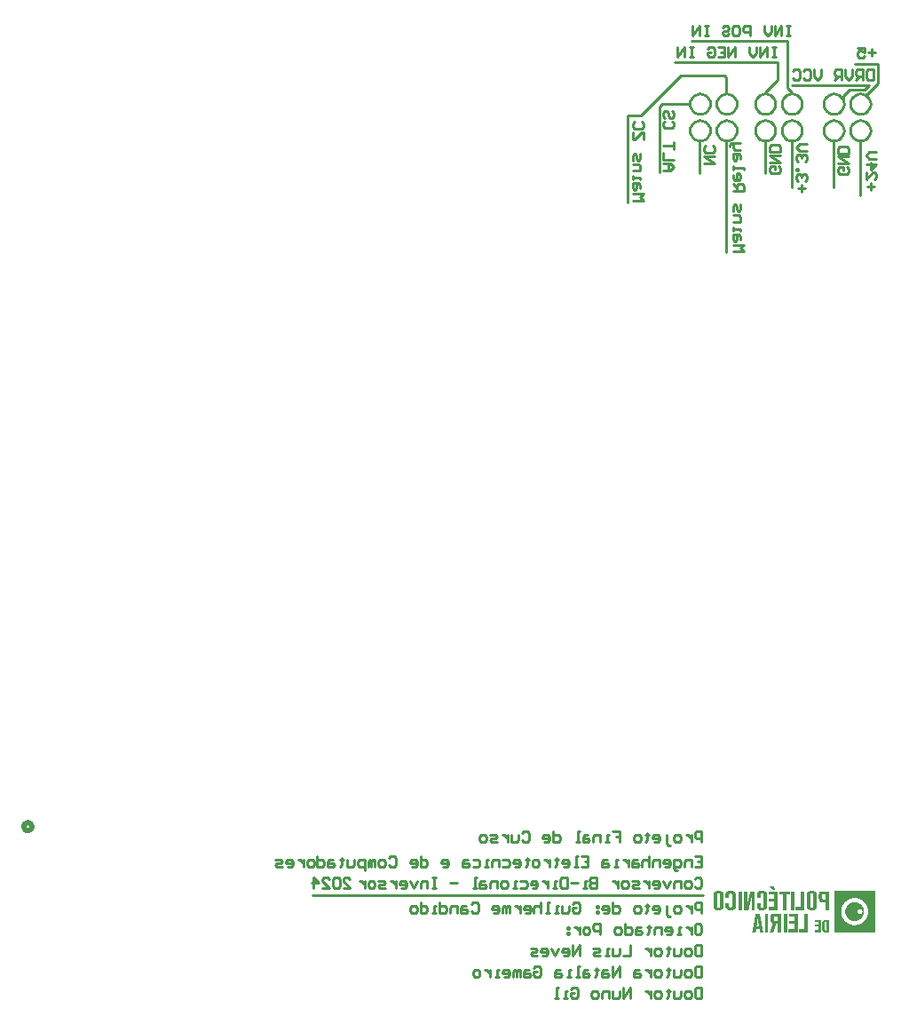
<source format=gbo>
G04*
G04 #@! TF.GenerationSoftware,Altium Limited,Altium Designer,23.8.1 (32)*
G04*
G04 Layer_Color=32896*
%FSLAX25Y25*%
%MOIN*%
G70*
G04*
G04 #@! TF.SameCoordinates,39E68628-0E6C-4B0E-937A-7B5971290EE0*
G04*
G04*
G04 #@! TF.FilePolarity,Positive*
G04*
G01*
G75*
%ADD12C,0.02000*%
%ADD15C,0.01000*%
G36*
X411464Y208171D02*
X411501D01*
Y208098D01*
X411537D01*
Y208025D01*
X411573D01*
Y207952D01*
X411610D01*
Y207879D01*
X411646D01*
Y207806D01*
X411683D01*
Y207733D01*
X411719D01*
Y207660D01*
X411756D01*
Y207587D01*
X411792D01*
Y207515D01*
X411829D01*
Y207442D01*
X411865D01*
Y207332D01*
X411902D01*
Y207259D01*
X411938D01*
Y207187D01*
X411974D01*
Y207114D01*
X412011D01*
Y207041D01*
X412047D01*
Y206968D01*
X412084D01*
Y206895D01*
X411172D01*
Y206931D01*
X411136D01*
Y206968D01*
X411100D01*
Y207004D01*
X411063D01*
Y207041D01*
X411027D01*
Y207077D01*
X410990D01*
Y207114D01*
X410954D01*
Y207150D01*
X410917D01*
Y207187D01*
X410881D01*
Y207223D01*
X410844D01*
Y207259D01*
X410808D01*
Y207296D01*
X410772D01*
Y207332D01*
X410735D01*
Y207405D01*
X410699D01*
Y207442D01*
X410662D01*
Y207478D01*
X410626D01*
Y207515D01*
X410589D01*
Y207551D01*
X410553D01*
Y207587D01*
X410516D01*
Y207624D01*
X410480D01*
Y207660D01*
X410443D01*
Y207697D01*
X410407D01*
Y207733D01*
X410370D01*
Y207770D01*
X410334D01*
Y207806D01*
X410298D01*
Y207843D01*
X410261D01*
Y207879D01*
X410225D01*
Y207915D01*
X410188D01*
Y207952D01*
X410152D01*
Y207988D01*
X410115D01*
Y208025D01*
X410079D01*
Y208061D01*
X410042D01*
Y208134D01*
X410006D01*
Y208171D01*
X409970D01*
Y208207D01*
X409933D01*
Y208244D01*
X411464D01*
Y208171D01*
D02*
G37*
G36*
X404392Y199386D02*
X404356D01*
Y199349D01*
X403153D01*
Y200333D01*
X403190D01*
Y202083D01*
X403226D01*
Y203797D01*
X403262D01*
Y204453D01*
X403226D01*
Y204307D01*
X403190D01*
Y204161D01*
X403153D01*
Y204015D01*
X403117D01*
Y203833D01*
X403080D01*
Y203687D01*
X403044D01*
Y203541D01*
X403007D01*
Y203396D01*
X402971D01*
Y203213D01*
X402934D01*
Y203067D01*
X402898D01*
Y202922D01*
X402861D01*
Y202776D01*
X402825D01*
Y202630D01*
X402789D01*
Y202448D01*
X402752D01*
Y202302D01*
X402716D01*
Y202156D01*
X402679D01*
Y202010D01*
X402643D01*
Y201828D01*
X402606D01*
Y201682D01*
X402570D01*
Y201536D01*
X402533D01*
Y201391D01*
X402497D01*
Y201208D01*
X402460D01*
Y201063D01*
X402424D01*
Y200917D01*
X402388D01*
Y200771D01*
X402351D01*
Y200589D01*
X402315D01*
Y200443D01*
X402278D01*
Y200297D01*
X402242D01*
Y200151D01*
X402205D01*
Y199969D01*
X402169D01*
Y199823D01*
X402132D01*
Y199677D01*
X402096D01*
Y199532D01*
X402060D01*
Y199386D01*
X402023D01*
Y199349D01*
X400419D01*
Y199386D01*
X400383D01*
Y206348D01*
X401586D01*
Y205255D01*
X401549D01*
Y203797D01*
X401513D01*
Y202338D01*
X401476D01*
Y201391D01*
X401513D01*
Y201536D01*
X401549D01*
Y201719D01*
X401586D01*
Y201865D01*
X401622D01*
Y202010D01*
X401659D01*
Y202156D01*
X401695D01*
Y202302D01*
X401731D01*
Y202448D01*
X401768D01*
Y202594D01*
X401804D01*
Y202739D01*
X401841D01*
Y202885D01*
X401877D01*
Y203031D01*
X401914D01*
Y203177D01*
X401950D01*
Y203323D01*
X401987D01*
Y203468D01*
X402023D01*
Y203651D01*
X402060D01*
Y203797D01*
X402096D01*
Y203942D01*
X402132D01*
Y204088D01*
X402169D01*
Y204234D01*
X402205D01*
Y204380D01*
X402242D01*
Y204525D01*
X402278D01*
Y204671D01*
X402315D01*
Y204817D01*
X402351D01*
Y204963D01*
X402388D01*
Y205109D01*
X402424D01*
Y205255D01*
X402460D01*
Y205437D01*
X402497D01*
Y205546D01*
Y205583D01*
X402533D01*
Y205728D01*
X402570D01*
Y205874D01*
X402606D01*
Y206020D01*
X402643D01*
Y206166D01*
X402679D01*
Y206312D01*
X402716D01*
Y206348D01*
X404392D01*
Y199386D01*
D02*
G37*
G36*
X407527Y206457D02*
X407746D01*
Y206421D01*
X407855D01*
Y206384D01*
X407965D01*
Y206348D01*
X408074D01*
Y206312D01*
X408147D01*
Y206275D01*
X408220D01*
Y206239D01*
X408293D01*
Y206202D01*
X408329D01*
Y206166D01*
X408402D01*
Y206129D01*
X408439D01*
Y206093D01*
X408475D01*
Y206056D01*
X408511D01*
Y206020D01*
X408548D01*
Y205984D01*
X408584D01*
Y205947D01*
X408621D01*
Y205911D01*
X408657D01*
Y205874D01*
X408694D01*
Y205838D01*
X408730D01*
Y205765D01*
X408767D01*
Y205728D01*
X408803D01*
Y205619D01*
X408840D01*
Y205546D01*
X408876D01*
Y205400D01*
X408913D01*
Y205218D01*
X408949D01*
Y204781D01*
X408985D01*
Y200589D01*
X408949D01*
Y200333D01*
X408913D01*
Y200188D01*
X408876D01*
Y200078D01*
X408840D01*
Y200006D01*
X408803D01*
Y199933D01*
X408767D01*
Y199896D01*
X408730D01*
Y199823D01*
X408694D01*
Y199787D01*
X408657D01*
Y199750D01*
X408621D01*
Y199714D01*
X408584D01*
Y199677D01*
X408548D01*
Y199641D01*
X408511D01*
Y199604D01*
X408439D01*
Y199568D01*
X408402D01*
Y199532D01*
X408329D01*
Y199495D01*
X408293D01*
Y199459D01*
X408220D01*
Y199422D01*
X408111D01*
Y199386D01*
X408038D01*
Y199349D01*
X407892D01*
Y199313D01*
X407783D01*
Y199276D01*
X407600D01*
Y199240D01*
X407309D01*
Y199204D01*
X406689D01*
Y199240D01*
X406470D01*
Y199276D01*
X406288D01*
Y199313D01*
X406179D01*
Y199349D01*
X406069D01*
Y199386D01*
X405960D01*
Y199422D01*
X405887D01*
Y199459D01*
X405814D01*
Y199495D01*
X405778D01*
Y199532D01*
X405705D01*
Y199568D01*
X405668D01*
Y199604D01*
X405595D01*
Y199641D01*
X405559D01*
Y199677D01*
X405522D01*
Y199714D01*
X405486D01*
Y199750D01*
X405449D01*
Y199787D01*
X405413D01*
Y199860D01*
X405377D01*
Y199896D01*
X405340D01*
Y199969D01*
X405304D01*
Y200042D01*
X405267D01*
Y200115D01*
X405231D01*
Y200188D01*
Y200224D01*
X405194D01*
Y200370D01*
X405158D01*
Y200662D01*
X405122D01*
Y201974D01*
X405158D01*
Y202010D01*
X406397D01*
Y201974D01*
X406434D01*
Y200589D01*
X406470D01*
Y200479D01*
X406507D01*
Y200443D01*
X406543D01*
Y200370D01*
X406579D01*
Y200333D01*
X406652D01*
Y200297D01*
X406689D01*
Y200261D01*
X406835D01*
Y200224D01*
X407236D01*
Y200261D01*
X407345D01*
Y200297D01*
X407418D01*
Y200333D01*
X407454D01*
Y200370D01*
X407491D01*
Y200406D01*
X407527D01*
Y200443D01*
X407564D01*
Y200516D01*
X407600D01*
Y200625D01*
X407637D01*
Y205145D01*
X407600D01*
Y205218D01*
X407564D01*
Y205291D01*
X407527D01*
Y205364D01*
X407491D01*
Y205400D01*
X407418D01*
Y205437D01*
X407381D01*
Y205473D01*
X407236D01*
Y205510D01*
X406871D01*
Y205473D01*
X406725D01*
Y205437D01*
X406652D01*
Y205400D01*
X406616D01*
Y205364D01*
X406579D01*
Y205327D01*
X406543D01*
Y205291D01*
X406507D01*
Y205218D01*
X406470D01*
Y205109D01*
X406434D01*
Y203833D01*
X406397D01*
Y203797D01*
X405122D01*
Y205255D01*
X405158D01*
Y205473D01*
X405194D01*
Y205583D01*
X405231D01*
Y205656D01*
X405267D01*
Y205765D01*
X405304D01*
Y205801D01*
X405340D01*
Y205874D01*
X405377D01*
Y205911D01*
X405413D01*
Y205947D01*
X405449D01*
Y205984D01*
X405486D01*
Y206020D01*
X405522D01*
Y206056D01*
X405559D01*
Y206093D01*
X405595D01*
Y206129D01*
X405632D01*
Y206166D01*
X405668D01*
Y206202D01*
X405741D01*
Y206239D01*
X405778D01*
Y206275D01*
X405851D01*
Y206312D01*
X405960D01*
Y206348D01*
X406033D01*
Y206384D01*
X406142D01*
Y206421D01*
X406288D01*
Y206457D01*
X406470D01*
Y206494D01*
X407527D01*
Y206457D01*
D02*
G37*
G36*
X395790D02*
X395972D01*
Y206421D01*
X396118D01*
Y206384D01*
X396227D01*
Y206348D01*
X396337D01*
Y206312D01*
X396410D01*
Y206275D01*
X396482D01*
Y206239D01*
X396519D01*
Y206202D01*
X396592D01*
Y206166D01*
X396628D01*
Y206129D01*
X396701D01*
Y206093D01*
X396738D01*
Y206056D01*
X396774D01*
Y206020D01*
X396811D01*
Y205984D01*
X396847D01*
Y205947D01*
X396883D01*
Y205911D01*
X396920D01*
Y205874D01*
X396956D01*
Y205801D01*
X396993D01*
Y205765D01*
X397029D01*
Y205692D01*
X397066D01*
Y205583D01*
X397102D01*
Y205510D01*
X397139D01*
Y205364D01*
X397175D01*
Y205109D01*
X397211D01*
Y200370D01*
X397175D01*
Y200224D01*
X397139D01*
Y200115D01*
X397102D01*
Y200042D01*
X397066D01*
Y199969D01*
X397029D01*
Y199896D01*
X396993D01*
Y199860D01*
X396956D01*
Y199823D01*
X396920D01*
Y199750D01*
X396883D01*
Y199714D01*
X396847D01*
Y199677D01*
X396811D01*
Y199641D01*
X396738D01*
Y199604D01*
X396701D01*
Y199568D01*
X396665D01*
Y199532D01*
X396592D01*
Y199495D01*
X396519D01*
Y199459D01*
X396446D01*
Y199422D01*
X396373D01*
Y199386D01*
X396264D01*
Y199349D01*
X396154D01*
Y199313D01*
X396008D01*
Y199276D01*
X395826D01*
Y199240D01*
X395571D01*
Y199204D01*
X394951D01*
Y199240D01*
X394696D01*
Y199276D01*
X394550D01*
Y199313D01*
X394405D01*
Y199349D01*
X394295D01*
Y199386D01*
X394222D01*
Y199422D01*
X394149D01*
Y199459D01*
X394077D01*
Y199495D01*
X394004D01*
Y199532D01*
X393967D01*
Y199568D01*
X393894D01*
Y199604D01*
X393858D01*
Y199641D01*
X393821D01*
Y199677D01*
X393785D01*
Y199714D01*
X393748D01*
Y199750D01*
X393712D01*
Y199787D01*
X393676D01*
Y199823D01*
X393639D01*
Y199896D01*
X393603D01*
Y199933D01*
X393566D01*
Y200006D01*
X393530D01*
Y200078D01*
X393493D01*
Y200188D01*
X393457D01*
Y200333D01*
X393421D01*
Y200516D01*
X393384D01*
Y202010D01*
X394660D01*
Y200771D01*
X394696D01*
Y200552D01*
X394733D01*
Y200479D01*
X394769D01*
Y200406D01*
X394806D01*
Y200370D01*
X394842D01*
Y200333D01*
X394879D01*
Y200297D01*
X394951D01*
Y200261D01*
X395061D01*
Y200224D01*
X395498D01*
Y200261D01*
X395608D01*
Y200297D01*
X395644D01*
Y200333D01*
X395717D01*
Y200370D01*
X395753D01*
Y200406D01*
X395790D01*
Y200479D01*
X395826D01*
Y200552D01*
X395863D01*
Y200698D01*
X395899D01*
Y205072D01*
X395863D01*
Y205218D01*
X395826D01*
Y205291D01*
X395790D01*
Y205327D01*
X395753D01*
Y205364D01*
X395717D01*
Y205400D01*
X395680D01*
Y205437D01*
X395608D01*
Y205473D01*
X395498D01*
Y205510D01*
X395134D01*
Y205473D01*
X394988D01*
Y205437D01*
X394915D01*
Y205400D01*
X394842D01*
Y205364D01*
X394806D01*
Y205291D01*
X394769D01*
Y205255D01*
X394733D01*
Y205145D01*
X394696D01*
Y204963D01*
X394660D01*
Y203797D01*
X393384D01*
Y205364D01*
X393421D01*
Y205510D01*
X393457D01*
Y205619D01*
X393493D01*
Y205692D01*
X393530D01*
Y205765D01*
X393566D01*
Y205838D01*
X393603D01*
Y205874D01*
X393639D01*
Y205947D01*
X393676D01*
Y205984D01*
X393712D01*
Y206020D01*
X393748D01*
Y206056D01*
X393785D01*
Y206093D01*
X393821D01*
Y206129D01*
X393894D01*
Y206166D01*
X393931D01*
Y206202D01*
X393967D01*
Y206239D01*
X394040D01*
Y206275D01*
X394113D01*
Y206312D01*
X394186D01*
Y206348D01*
X394295D01*
Y206384D01*
X394405D01*
Y206421D01*
X394550D01*
Y206457D01*
X394733D01*
Y206494D01*
X395790D01*
Y206457D01*
D02*
G37*
G36*
X432205Y199349D02*
X430893D01*
Y202010D01*
Y202047D01*
Y202266D01*
X429435D01*
Y202302D01*
X429180D01*
Y202338D01*
X429070D01*
Y202375D01*
X428961D01*
Y202411D01*
X428888D01*
Y202448D01*
X428852D01*
Y202484D01*
X428779D01*
Y202521D01*
X428742D01*
Y202557D01*
X428706D01*
Y202594D01*
X428669D01*
Y202666D01*
X428633D01*
Y202703D01*
X428596D01*
Y202776D01*
X428560D01*
Y202849D01*
X428523D01*
Y202958D01*
X428487D01*
Y203104D01*
X428451D01*
Y203468D01*
X428414D01*
Y205145D01*
X428451D01*
Y205473D01*
X428487D01*
Y205656D01*
X428523D01*
Y205765D01*
X428560D01*
Y205838D01*
X428596D01*
Y205911D01*
X428633D01*
Y205947D01*
X428669D01*
Y205984D01*
X428706D01*
Y206020D01*
X428742D01*
Y206056D01*
X428779D01*
Y206093D01*
X428815D01*
Y206129D01*
X428852D01*
Y206166D01*
X428888D01*
Y206202D01*
X428961D01*
Y206239D01*
X429034D01*
Y206275D01*
X429143D01*
Y206312D01*
X429252D01*
Y206348D01*
X432205D01*
Y199349D01*
D02*
G37*
G36*
X422946D02*
X419739D01*
Y200406D01*
X419775D01*
Y200443D01*
X421634D01*
Y205874D01*
Y205911D01*
Y206348D01*
X422946D01*
Y199349D01*
D02*
G37*
G36*
X419228D02*
X417952D01*
Y199386D01*
X417916D01*
Y206348D01*
X419228D01*
Y199349D01*
D02*
G37*
G36*
X417442Y205327D02*
X416130D01*
Y199349D01*
X414854D01*
Y199386D01*
X414818D01*
Y201099D01*
Y201135D01*
Y205327D01*
X413542D01*
Y206348D01*
X417442D01*
Y205327D01*
D02*
G37*
G36*
X413031Y199349D02*
X409532D01*
Y200443D01*
X411719D01*
Y200990D01*
Y201026D01*
Y202594D01*
X409751D01*
Y203651D01*
X411719D01*
Y205291D01*
X409642D01*
Y206348D01*
X413031D01*
Y199349D01*
D02*
G37*
G36*
X399435D02*
X398123D01*
Y205218D01*
Y205255D01*
Y206348D01*
X399435D01*
Y199349D01*
D02*
G37*
G36*
X426264Y206457D02*
X426482D01*
Y206421D01*
X426628D01*
Y206384D01*
X426737D01*
Y206348D01*
X426847D01*
Y206312D01*
X426920D01*
Y206275D01*
X426993D01*
Y206239D01*
X427065D01*
Y206202D01*
X427138D01*
Y206166D01*
X427175D01*
Y206129D01*
X427248D01*
Y206093D01*
X427284D01*
Y206056D01*
X427321D01*
Y206020D01*
X427357D01*
Y205984D01*
X427393D01*
Y205947D01*
X427430D01*
Y205911D01*
X427466D01*
Y205838D01*
X427503D01*
Y205801D01*
X427539D01*
Y205728D01*
X427576D01*
Y205656D01*
X427612D01*
Y205546D01*
X427649D01*
Y205437D01*
X427685D01*
Y205291D01*
X427722D01*
Y204926D01*
X427758D01*
Y200807D01*
X427722D01*
Y200406D01*
X427685D01*
Y200261D01*
X427649D01*
Y200151D01*
X427612D01*
Y200042D01*
X427576D01*
Y199969D01*
X427539D01*
Y199933D01*
X427503D01*
Y199860D01*
X427466D01*
Y199823D01*
X427430D01*
Y199787D01*
X427393D01*
Y199750D01*
X427357D01*
Y199714D01*
X427321D01*
Y199677D01*
X427284D01*
Y199641D01*
X427248D01*
Y199604D01*
X427211D01*
Y199568D01*
X427138D01*
Y199532D01*
X427102D01*
Y199495D01*
X427029D01*
Y199459D01*
X426956D01*
Y199422D01*
X426883D01*
Y199386D01*
X426810D01*
Y199349D01*
X426701D01*
Y199313D01*
X426592D01*
Y199276D01*
X426409D01*
Y199240D01*
X426154D01*
Y199204D01*
X425425D01*
Y199240D01*
X425134D01*
Y199276D01*
X424988D01*
Y199313D01*
X424878D01*
Y199349D01*
X424769D01*
Y199386D01*
X424660D01*
Y199422D01*
X424587D01*
Y199459D01*
X424514D01*
Y199495D01*
X424477D01*
Y199532D01*
X424404D01*
Y199568D01*
X424368D01*
Y199604D01*
X424332D01*
Y199641D01*
X424295D01*
Y199677D01*
X424259D01*
Y199714D01*
X424222D01*
Y199750D01*
X424186D01*
Y199787D01*
X424149D01*
Y199823D01*
X424113D01*
Y199860D01*
X424076D01*
Y199933D01*
X424040D01*
Y200006D01*
X424004D01*
Y200078D01*
X423967D01*
Y200151D01*
X423931D01*
Y200297D01*
X423894D01*
Y200479D01*
X423858D01*
Y205218D01*
X423894D01*
Y205400D01*
X423931D01*
Y205510D01*
X423967D01*
Y205619D01*
X424004D01*
Y205692D01*
X424040D01*
Y205765D01*
X424076D01*
Y205838D01*
X424113D01*
Y205874D01*
X424149D01*
Y205911D01*
X424186D01*
Y205947D01*
X424222D01*
Y205984D01*
X424259D01*
Y206020D01*
X424295D01*
Y206056D01*
X424332D01*
Y206093D01*
X424368D01*
Y206129D01*
X424441D01*
Y206166D01*
X424477D01*
Y206202D01*
X424550D01*
Y206239D01*
X424587D01*
Y206275D01*
X424660D01*
Y206312D01*
X424769D01*
Y206348D01*
X424842D01*
Y206384D01*
X424951D01*
Y206421D01*
X425097D01*
Y206457D01*
X425279D01*
Y206494D01*
X426264D01*
Y206457D01*
D02*
G37*
G36*
X391233D02*
X391416D01*
Y206421D01*
X391561D01*
Y206384D01*
X391671D01*
Y206348D01*
X391780D01*
Y206312D01*
X391853D01*
Y206275D01*
X391926D01*
Y206239D01*
X391999D01*
Y206202D01*
X392072D01*
Y206166D01*
X392108D01*
Y206129D01*
X392181D01*
Y206093D01*
X392217D01*
Y206056D01*
X392254D01*
Y206020D01*
X392290D01*
Y205984D01*
X392327D01*
Y205947D01*
X392363D01*
Y205911D01*
X392400D01*
Y205874D01*
X392436D01*
Y205801D01*
X392473D01*
Y205728D01*
X392509D01*
Y205656D01*
X392546D01*
Y205583D01*
X392582D01*
Y205473D01*
X392618D01*
Y205327D01*
X392655D01*
Y205109D01*
X392691D01*
Y200589D01*
X392655D01*
Y200370D01*
X392618D01*
Y200224D01*
X392582D01*
Y200115D01*
X392546D01*
Y200042D01*
X392509D01*
Y199969D01*
X392473D01*
Y199896D01*
X392436D01*
Y199860D01*
X392400D01*
Y199823D01*
X392363D01*
Y199750D01*
X392327D01*
Y199714D01*
X392290D01*
Y199677D01*
X392254D01*
Y199641D01*
X392181D01*
Y199604D01*
X392145D01*
Y199568D01*
X392108D01*
Y199532D01*
X392035D01*
Y199495D01*
X391999D01*
Y199459D01*
X391926D01*
Y199422D01*
X391853D01*
Y199386D01*
X391744D01*
Y199349D01*
X391634D01*
Y199313D01*
X391525D01*
Y199276D01*
X391379D01*
Y199240D01*
X391088D01*
Y199204D01*
X390358D01*
Y199240D01*
X390103D01*
Y199276D01*
X389921D01*
Y199313D01*
X389812D01*
Y199349D01*
X389702D01*
Y199386D01*
X389630D01*
Y199422D01*
X389557D01*
Y199459D01*
X389484D01*
Y199495D01*
X389411D01*
Y199532D01*
X389374D01*
Y199568D01*
X389301D01*
Y199604D01*
X389265D01*
Y199641D01*
X389229D01*
Y199677D01*
X389192D01*
Y199714D01*
X389156D01*
Y199750D01*
X389119D01*
Y199787D01*
X389083D01*
Y199823D01*
X389046D01*
Y199896D01*
X389010D01*
Y199933D01*
X388973D01*
Y200006D01*
X388937D01*
Y200115D01*
X388900D01*
Y200224D01*
X388864D01*
Y200333D01*
X388827D01*
Y200589D01*
X388791D01*
Y205109D01*
X388827D01*
Y205364D01*
X388864D01*
Y205510D01*
X388900D01*
Y205583D01*
X388937D01*
Y205692D01*
X388973D01*
Y205765D01*
X389010D01*
Y205801D01*
X389046D01*
Y205874D01*
X389083D01*
Y205911D01*
X389119D01*
Y205947D01*
X389156D01*
Y205984D01*
X389192D01*
Y206020D01*
X389229D01*
Y206056D01*
X389265D01*
Y206093D01*
X389338D01*
Y206129D01*
X389374D01*
Y206166D01*
X389411D01*
Y206202D01*
X389484D01*
Y206239D01*
X389557D01*
Y206275D01*
X389630D01*
Y206312D01*
X389702D01*
Y206348D01*
X389812D01*
Y206384D01*
X389921D01*
Y206421D01*
X390067D01*
Y206457D01*
X390249D01*
Y206494D01*
X391233D01*
Y206457D01*
D02*
G37*
G36*
X449556Y191002D02*
X434137D01*
Y193699D01*
Y193736D01*
Y206421D01*
X449556D01*
Y191002D01*
D02*
G37*
G36*
X432205D02*
X430601D01*
Y191038D01*
X430382D01*
Y191075D01*
X430273D01*
Y191111D01*
X430200D01*
Y191148D01*
X430127D01*
Y191184D01*
X430091D01*
Y191221D01*
X430018D01*
Y191257D01*
X429982D01*
Y191294D01*
X429945D01*
Y191366D01*
X429909D01*
Y191403D01*
X429872D01*
Y191476D01*
X429836D01*
Y191549D01*
X429799D01*
Y191658D01*
X429763D01*
Y191804D01*
X429726D01*
Y194756D01*
X429763D01*
Y194902D01*
X429799D01*
Y194975D01*
X429836D01*
Y195085D01*
X429872D01*
Y195121D01*
X429909D01*
Y195157D01*
X429945D01*
Y195230D01*
X429982D01*
Y195267D01*
X430018D01*
Y195303D01*
X430055D01*
Y195340D01*
X430127D01*
Y195376D01*
X430164D01*
Y195413D01*
X430237D01*
Y195449D01*
X430310D01*
Y195485D01*
X430455D01*
Y195522D01*
X432205D01*
Y191002D01*
D02*
G37*
G36*
X429143D02*
X426883D01*
Y191731D01*
X428305D01*
Y193080D01*
X427065D01*
Y193116D01*
X427029D01*
Y193772D01*
X427065D01*
Y193809D01*
X428305D01*
Y194829D01*
X426956D01*
Y195522D01*
X429143D01*
Y191002D01*
D02*
G37*
G36*
X424295Y191038D02*
X424259D01*
Y191002D01*
X421087D01*
Y192095D01*
X422983D01*
Y193809D01*
Y193845D01*
Y198001D01*
X424295D01*
Y191038D01*
D02*
G37*
G36*
X420577Y191002D02*
X417078D01*
Y192095D01*
X419265D01*
Y194246D01*
X417296D01*
Y195303D01*
X419265D01*
Y196943D01*
X417151D01*
Y197636D01*
Y197673D01*
Y198001D01*
X420577D01*
Y191002D01*
D02*
G37*
G36*
X416458Y197891D02*
Y197855D01*
Y191038D01*
X416422D01*
Y191002D01*
X415146D01*
Y198001D01*
X416458D01*
Y197891D01*
D02*
G37*
G36*
X414161Y191002D02*
X412886D01*
Y194100D01*
X412375D01*
Y193991D01*
X412339D01*
Y193882D01*
X412302D01*
Y193772D01*
X412266D01*
Y193626D01*
X412230D01*
Y193517D01*
X412193D01*
Y193408D01*
X412157D01*
Y193298D01*
X412120D01*
Y193189D01*
X412084D01*
Y193080D01*
X412047D01*
Y192970D01*
X412011D01*
Y192861D01*
X411974D01*
Y192715D01*
X411938D01*
Y192606D01*
X411902D01*
Y192496D01*
X411865D01*
Y192387D01*
X411829D01*
Y192278D01*
X411792D01*
Y192168D01*
X411756D01*
Y192059D01*
X411719D01*
Y191913D01*
X411683D01*
Y191804D01*
X411646D01*
Y191694D01*
X411610D01*
Y191585D01*
X411573D01*
Y191476D01*
X411537D01*
Y191366D01*
X411501D01*
Y191257D01*
X411464D01*
Y191148D01*
X411428D01*
Y191038D01*
X411391D01*
Y191002D01*
X410079D01*
Y191111D01*
X410115D01*
Y191221D01*
X410152D01*
Y191330D01*
X410188D01*
Y191476D01*
X410225D01*
Y191585D01*
X410261D01*
Y191694D01*
X410298D01*
Y191804D01*
X410334D01*
Y191913D01*
X410370D01*
Y192023D01*
X410407D01*
Y192132D01*
X410443D01*
Y192241D01*
X410480D01*
Y192351D01*
X410516D01*
Y192460D01*
X410553D01*
Y192569D01*
X410589D01*
Y192679D01*
X410626D01*
Y192788D01*
X410662D01*
Y192897D01*
X410699D01*
Y193007D01*
X410735D01*
Y193116D01*
X410772D01*
Y193226D01*
X410808D01*
Y193335D01*
X410844D01*
Y193444D01*
X410881D01*
Y193553D01*
X410917D01*
Y193663D01*
X410954D01*
Y193772D01*
X410990D01*
Y193882D01*
X411027D01*
Y193991D01*
X411063D01*
Y194100D01*
X411100D01*
Y194210D01*
X411136D01*
Y194319D01*
X411027D01*
Y194355D01*
X410917D01*
Y194392D01*
X410844D01*
Y194428D01*
X410772D01*
Y194465D01*
X410735D01*
Y194501D01*
X410662D01*
Y194538D01*
X410626D01*
Y194574D01*
X410589D01*
Y194611D01*
X410553D01*
Y194684D01*
X410516D01*
Y194720D01*
X410480D01*
Y194793D01*
X410443D01*
Y194866D01*
X410407D01*
Y194975D01*
X410370D01*
Y195121D01*
X410334D01*
Y197089D01*
X410370D01*
Y197272D01*
X410407D01*
Y197381D01*
X410443D01*
Y197454D01*
X410480D01*
Y197527D01*
X410516D01*
Y197600D01*
X410553D01*
Y197636D01*
X410589D01*
Y197673D01*
X410626D01*
Y197709D01*
X410662D01*
Y197746D01*
X410699D01*
Y197782D01*
X410735D01*
Y197818D01*
X410808D01*
Y197855D01*
X410881D01*
Y197891D01*
X410954D01*
Y197928D01*
X411063D01*
Y197964D01*
X411209D01*
Y198001D01*
X414161D01*
Y191002D01*
D02*
G37*
G36*
X409423D02*
X408147D01*
Y194538D01*
Y194574D01*
Y198001D01*
X409423D01*
Y191002D01*
D02*
G37*
G36*
X406215Y197855D02*
X406251D01*
Y197673D01*
X406288D01*
Y197490D01*
X406324D01*
Y197308D01*
X406361D01*
Y197126D01*
X406397D01*
Y196907D01*
X406434D01*
Y196725D01*
X406470D01*
Y196543D01*
X406507D01*
Y196360D01*
X406543D01*
Y196178D01*
X406579D01*
Y195996D01*
X406616D01*
Y195814D01*
X406652D01*
Y195595D01*
X406689D01*
Y195413D01*
X406725D01*
Y195230D01*
X406762D01*
Y195048D01*
X406798D01*
Y194866D01*
X406835D01*
Y194684D01*
X406871D01*
Y194465D01*
X406908D01*
Y194282D01*
X406944D01*
Y194100D01*
X406981D01*
Y193918D01*
X407017D01*
Y193736D01*
X407053D01*
Y193553D01*
X407090D01*
Y193335D01*
X407126D01*
Y193152D01*
X407163D01*
Y192970D01*
X407199D01*
Y192788D01*
X407236D01*
Y192606D01*
X407272D01*
Y192423D01*
X407309D01*
Y192241D01*
X407345D01*
Y192023D01*
X407381D01*
Y191840D01*
X407418D01*
Y191658D01*
X407454D01*
Y191476D01*
X407491D01*
Y191294D01*
X407527D01*
Y191111D01*
X407564D01*
Y191002D01*
X406251D01*
Y191184D01*
X406215D01*
Y191221D01*
Y191403D01*
X406179D01*
Y191622D01*
X406142D01*
Y191840D01*
X406106D01*
Y192059D01*
X406069D01*
Y192132D01*
X404903D01*
Y192059D01*
X404866D01*
Y191840D01*
X404830D01*
Y191585D01*
X404793D01*
Y191330D01*
X404757D01*
Y191075D01*
X404720D01*
Y191002D01*
X403408D01*
Y191111D01*
X403445D01*
Y191330D01*
X403481D01*
Y191512D01*
X403518D01*
Y191694D01*
X403554D01*
Y191913D01*
X403590D01*
Y192095D01*
X403627D01*
Y192314D01*
X403663D01*
Y192496D01*
X403700D01*
Y192679D01*
X403736D01*
Y192897D01*
X403773D01*
Y193080D01*
X403809D01*
Y193262D01*
X403846D01*
Y193481D01*
X403882D01*
Y193663D01*
X403919D01*
Y193845D01*
X403955D01*
Y194064D01*
X403992D01*
Y194246D01*
X404028D01*
Y194428D01*
X404064D01*
Y194647D01*
X404101D01*
Y194829D01*
X404137D01*
Y195012D01*
X404174D01*
Y195230D01*
X404210D01*
Y195413D01*
X404247D01*
Y195595D01*
X404283D01*
Y195814D01*
X404319D01*
Y195996D01*
X404356D01*
Y196214D01*
X404392D01*
Y196397D01*
X404429D01*
Y196579D01*
X404465D01*
Y196798D01*
X404502D01*
Y196980D01*
X404538D01*
Y197162D01*
X404575D01*
Y197381D01*
X404611D01*
Y197563D01*
X404648D01*
Y197746D01*
X404684D01*
Y197964D01*
X404720D01*
Y198001D01*
X406215D01*
Y197855D01*
D02*
G37*
%LPC*%
G36*
X430893Y205327D02*
X430055D01*
Y205291D01*
X429945D01*
Y205255D01*
X429872D01*
Y205218D01*
X429836D01*
Y205182D01*
X429799D01*
Y205145D01*
X429763D01*
Y205072D01*
X429726D01*
Y204234D01*
Y204197D01*
Y203541D01*
X429763D01*
Y203432D01*
X429799D01*
Y203396D01*
X429836D01*
Y203359D01*
X429909D01*
Y203323D01*
X429982D01*
Y203286D01*
X430893D01*
Y205327D01*
D02*
G37*
G36*
X426008Y205510D02*
X425534D01*
Y205473D01*
X425462D01*
Y205437D01*
X425389D01*
Y205400D01*
X425352D01*
Y205364D01*
X425316D01*
Y205327D01*
X425279D01*
Y205255D01*
X425243D01*
Y205182D01*
X425206D01*
Y205072D01*
X425170D01*
Y200662D01*
X425206D01*
Y200552D01*
X425243D01*
Y200479D01*
X425279D01*
Y200443D01*
X425316D01*
Y200406D01*
X425352D01*
Y200370D01*
X425389D01*
Y200333D01*
X425462D01*
Y200297D01*
X425534D01*
Y200261D01*
X425680D01*
Y200224D01*
X425935D01*
Y200261D01*
X426081D01*
Y200297D01*
X426154D01*
Y200333D01*
X426227D01*
Y200370D01*
X426264D01*
Y200406D01*
X426300D01*
Y200443D01*
X426336D01*
Y200516D01*
X426373D01*
Y200625D01*
X426409D01*
Y204744D01*
X426446D01*
Y204817D01*
X426409D01*
Y204963D01*
Y204999D01*
Y205109D01*
X426373D01*
Y205218D01*
X426336D01*
Y205255D01*
X426300D01*
Y205327D01*
X426264D01*
Y205364D01*
X426191D01*
Y205400D01*
X426154D01*
Y205437D01*
X426081D01*
Y205473D01*
X426008D01*
Y205510D01*
D02*
G37*
G36*
X390942D02*
X390504D01*
Y205473D01*
X390395D01*
Y205437D01*
X390358D01*
Y205400D01*
X390286D01*
Y205327D01*
X390249D01*
Y205291D01*
X390213D01*
Y205218D01*
X390176D01*
Y205145D01*
X390140D01*
Y204999D01*
X390103D01*
Y200734D01*
X390140D01*
Y200589D01*
X390176D01*
Y200516D01*
X390213D01*
Y200443D01*
X390249D01*
Y200406D01*
X390286D01*
Y200370D01*
X390322D01*
Y200333D01*
X390395D01*
Y200297D01*
X390468D01*
Y200261D01*
X390614D01*
Y200224D01*
X390869D01*
Y200261D01*
X391015D01*
Y200297D01*
X391124D01*
Y200333D01*
X391160D01*
Y200370D01*
X391197D01*
Y200406D01*
X391233D01*
Y200443D01*
X391270D01*
Y200479D01*
X391306D01*
Y200589D01*
X391343D01*
Y200734D01*
X391379D01*
Y204926D01*
Y204963D01*
Y204999D01*
X391343D01*
Y205145D01*
X391306D01*
Y205218D01*
X391270D01*
Y205291D01*
X391233D01*
Y205327D01*
X391197D01*
Y205364D01*
X391160D01*
Y205400D01*
X391088D01*
Y205437D01*
X391051D01*
Y205473D01*
X390942D01*
Y205510D01*
D02*
G37*
G36*
X442193Y203797D02*
X441537D01*
Y203760D01*
X441172D01*
Y203724D01*
X440917D01*
Y203687D01*
X440735D01*
Y203651D01*
X440589D01*
Y203614D01*
X440480D01*
Y203578D01*
X440334D01*
Y203541D01*
X440225D01*
Y203505D01*
X440115D01*
Y203468D01*
X440042D01*
Y203432D01*
X439933D01*
Y203396D01*
X439860D01*
Y203359D01*
X439787D01*
Y203323D01*
X439678D01*
Y203286D01*
X439605D01*
Y203250D01*
X439532D01*
Y203213D01*
X439496D01*
Y203177D01*
X439423D01*
Y203140D01*
X439350D01*
Y203104D01*
X439277D01*
Y203067D01*
X439240D01*
Y203031D01*
X439167D01*
Y202994D01*
X439094D01*
Y202958D01*
X439058D01*
Y202922D01*
X438985D01*
Y202885D01*
X438949D01*
Y202849D01*
X438912D01*
Y202812D01*
X438839D01*
Y202776D01*
X438803D01*
Y202739D01*
X438766D01*
Y202703D01*
X438694D01*
Y202666D01*
X438657D01*
Y202630D01*
X438621D01*
Y202594D01*
X438584D01*
Y202557D01*
X438511D01*
Y202521D01*
X438475D01*
Y202484D01*
X438438D01*
Y202448D01*
X438402D01*
Y202411D01*
X438366D01*
Y202375D01*
X438329D01*
Y202338D01*
X438293D01*
Y202302D01*
X438256D01*
Y202266D01*
X438220D01*
Y202229D01*
X438183D01*
Y202193D01*
X438147D01*
Y202156D01*
X438110D01*
Y202120D01*
X438074D01*
Y202083D01*
X438037D01*
Y202010D01*
X438001D01*
Y201974D01*
X437964D01*
Y201937D01*
X437928D01*
Y201901D01*
X437892D01*
Y201828D01*
X437855D01*
Y201792D01*
X437819D01*
Y201755D01*
X437782D01*
Y201682D01*
X437746D01*
Y201646D01*
X437709D01*
Y201609D01*
X437673D01*
Y201536D01*
X437636D01*
Y201500D01*
X437600D01*
Y201427D01*
X437564D01*
Y201354D01*
X437527D01*
Y201318D01*
X437491D01*
Y201245D01*
X437454D01*
Y201172D01*
X437418D01*
Y201099D01*
X437381D01*
Y201063D01*
X437345D01*
Y200990D01*
X437308D01*
Y200917D01*
X437272D01*
Y200807D01*
X437235D01*
Y200734D01*
X437199D01*
Y200662D01*
X437163D01*
Y200552D01*
X437126D01*
Y200479D01*
X437090D01*
Y200370D01*
X437053D01*
Y200261D01*
X437017D01*
Y200151D01*
X436980D01*
Y200006D01*
X436944D01*
Y199860D01*
X436907D01*
Y199677D01*
X436871D01*
Y199459D01*
X436834D01*
Y199131D01*
X436798D01*
Y198329D01*
X436834D01*
Y198001D01*
X436871D01*
Y197782D01*
X436907D01*
Y197600D01*
X436944D01*
Y197454D01*
X436980D01*
Y197308D01*
X437017D01*
Y197199D01*
X437053D01*
Y197089D01*
X437090D01*
Y196980D01*
X437126D01*
Y196871D01*
X437163D01*
Y196798D01*
X437199D01*
Y196688D01*
X437235D01*
Y196616D01*
X437272D01*
Y196543D01*
X437308D01*
Y196470D01*
X437345D01*
Y196397D01*
X437381D01*
Y196324D01*
X437418D01*
Y196251D01*
X437454D01*
Y196178D01*
X437491D01*
Y196142D01*
X437527D01*
Y196069D01*
X437564D01*
Y195996D01*
X437600D01*
Y195959D01*
X437636D01*
Y195886D01*
X437673D01*
Y195850D01*
X437709D01*
Y195777D01*
X437746D01*
Y195741D01*
X437782D01*
Y195704D01*
X437819D01*
Y195631D01*
X437855D01*
Y195595D01*
X437892D01*
Y195558D01*
X437928D01*
Y195522D01*
X437964D01*
Y195449D01*
X438001D01*
Y195413D01*
X438037D01*
Y195376D01*
X438074D01*
Y195340D01*
X438110D01*
Y195303D01*
X438147D01*
Y195267D01*
X438183D01*
Y195230D01*
X438220D01*
Y195194D01*
X438256D01*
Y195157D01*
X438293D01*
Y195121D01*
X438329D01*
Y195085D01*
X438366D01*
Y195048D01*
X438402D01*
Y195012D01*
X438438D01*
Y194975D01*
X438475D01*
Y194939D01*
X438511D01*
Y194902D01*
X438548D01*
Y194866D01*
X438584D01*
Y194829D01*
X438657D01*
Y194793D01*
X438694D01*
Y194756D01*
X438730D01*
Y194720D01*
X438766D01*
Y194684D01*
X438839D01*
Y194647D01*
X438876D01*
Y194611D01*
X438912D01*
Y194574D01*
X438985D01*
Y194538D01*
X439022D01*
Y194501D01*
X439094D01*
Y194465D01*
X439131D01*
Y194428D01*
X439204D01*
Y194392D01*
X439277D01*
Y194355D01*
X439313D01*
Y194319D01*
X439386D01*
Y194282D01*
X439459D01*
Y194246D01*
X439532D01*
Y194210D01*
X439605D01*
Y194173D01*
X439678D01*
Y194137D01*
X439751D01*
Y194100D01*
X439824D01*
Y194064D01*
X439896D01*
Y194027D01*
X440006D01*
Y193991D01*
X440079D01*
Y193955D01*
X440188D01*
Y193918D01*
X440297D01*
Y193882D01*
X440407D01*
Y193845D01*
X440553D01*
Y193809D01*
X440698D01*
Y193772D01*
X440844D01*
Y193736D01*
X441063D01*
Y193699D01*
X441355D01*
Y193663D01*
X442375D01*
Y193699D01*
X442667D01*
Y193736D01*
X442849D01*
Y193772D01*
X443031D01*
Y193809D01*
X443177D01*
Y193845D01*
X443287D01*
Y193882D01*
X443432D01*
Y193918D01*
X443542D01*
Y193955D01*
X443614D01*
Y193991D01*
X443724D01*
Y194027D01*
X443797D01*
Y194064D01*
X443906D01*
Y194100D01*
X443979D01*
Y194137D01*
X444052D01*
Y194173D01*
X444125D01*
Y194210D01*
X444198D01*
Y194246D01*
X444271D01*
Y194282D01*
X444344D01*
Y194319D01*
X444380D01*
Y194355D01*
X444453D01*
Y194392D01*
X444526D01*
Y194428D01*
X444562D01*
Y194465D01*
X444635D01*
Y194501D01*
X444672D01*
Y194538D01*
X444744D01*
Y194574D01*
X444781D01*
Y194611D01*
X444854D01*
Y194647D01*
X444890D01*
Y194684D01*
X444927D01*
Y194720D01*
X445000D01*
Y194756D01*
X445036D01*
Y194793D01*
X445073D01*
Y194829D01*
X445109D01*
Y194866D01*
X445146D01*
Y194902D01*
X445218D01*
Y194939D01*
X445255D01*
Y194975D01*
X445291D01*
Y195012D01*
X445328D01*
Y195048D01*
X445364D01*
Y195085D01*
X445401D01*
Y195121D01*
X445437D01*
Y195157D01*
X445474D01*
Y195194D01*
X445510D01*
Y195230D01*
X445546D01*
Y195267D01*
X445583D01*
Y195303D01*
X445619D01*
Y195340D01*
X445656D01*
Y195413D01*
X445692D01*
Y195449D01*
X445729D01*
Y195485D01*
X445765D01*
Y195522D01*
X445802D01*
Y195558D01*
X445838D01*
Y195631D01*
X445875D01*
Y195668D01*
X445911D01*
Y195704D01*
X445948D01*
Y195777D01*
X445984D01*
Y195814D01*
X446020D01*
Y195886D01*
X446057D01*
Y195923D01*
X446093D01*
Y195996D01*
X446130D01*
Y196032D01*
X446166D01*
Y196105D01*
X446203D01*
Y196178D01*
X446239D01*
Y196214D01*
X446276D01*
Y196287D01*
X446312D01*
Y196360D01*
X446348D01*
Y196433D01*
X446385D01*
Y196506D01*
X446421D01*
Y196579D01*
X446458D01*
Y196652D01*
X446494D01*
Y196725D01*
X446531D01*
Y196834D01*
X446567D01*
Y196907D01*
X446604D01*
Y197016D01*
X446640D01*
Y197126D01*
X446676D01*
Y197235D01*
X446713D01*
Y197381D01*
X446749D01*
Y197527D01*
X446786D01*
Y197673D01*
X446822D01*
Y197855D01*
X446859D01*
Y198110D01*
X446895D01*
Y199313D01*
X446859D01*
Y199568D01*
X446822D01*
Y199787D01*
X446786D01*
Y199933D01*
X446749D01*
Y200078D01*
X446713D01*
Y200188D01*
X446676D01*
Y200333D01*
X446640D01*
Y200406D01*
X446604D01*
Y200516D01*
X446567D01*
Y200625D01*
X446531D01*
Y200698D01*
X446494D01*
Y200771D01*
X446458D01*
Y200880D01*
X446421D01*
Y200953D01*
X446385D01*
Y201026D01*
X446348D01*
Y201099D01*
X446312D01*
Y201135D01*
X446276D01*
Y201208D01*
X446239D01*
Y201281D01*
X446203D01*
Y201354D01*
X446166D01*
Y201391D01*
X446130D01*
Y201464D01*
X446093D01*
Y201500D01*
X446057D01*
Y201573D01*
X446020D01*
Y201609D01*
X445984D01*
Y201682D01*
X445948D01*
Y201719D01*
X445911D01*
Y201792D01*
X445875D01*
Y201828D01*
X445838D01*
Y201865D01*
X445802D01*
Y201901D01*
X445765D01*
Y201974D01*
X445729D01*
Y202010D01*
X445692D01*
Y202047D01*
X445656D01*
Y202083D01*
X445619D01*
Y202120D01*
X445583D01*
Y202156D01*
X445546D01*
Y202193D01*
X445510D01*
Y202229D01*
X445474D01*
Y202266D01*
X445437D01*
Y202302D01*
X445401D01*
Y202338D01*
X445364D01*
Y202375D01*
X445328D01*
Y202411D01*
X445291D01*
Y202448D01*
X445255D01*
Y202484D01*
X445218D01*
Y202521D01*
X445182D01*
Y202557D01*
X445146D01*
Y202594D01*
X445109D01*
Y202630D01*
X445036D01*
Y202666D01*
X445000D01*
Y202703D01*
X444963D01*
Y202739D01*
X444927D01*
Y202776D01*
X444854D01*
Y202812D01*
X444817D01*
Y202849D01*
X444781D01*
Y202885D01*
X444708D01*
Y202922D01*
X444672D01*
Y202958D01*
X444599D01*
Y202994D01*
X444562D01*
Y203031D01*
X444489D01*
Y203067D01*
X444417D01*
Y203104D01*
X444380D01*
Y203140D01*
X444307D01*
Y203177D01*
X444234D01*
Y203213D01*
X444161D01*
Y203250D01*
X444088D01*
Y203286D01*
X444016D01*
Y203323D01*
X443943D01*
Y203359D01*
X443870D01*
Y203396D01*
X443760D01*
Y203432D01*
X443687D01*
Y203468D01*
X443578D01*
Y203505D01*
X443469D01*
Y203541D01*
X443359D01*
Y203578D01*
X443250D01*
Y203614D01*
X443104D01*
Y203651D01*
X442958D01*
Y203687D01*
X442776D01*
Y203724D01*
X442557D01*
Y203760D01*
X442193D01*
Y203797D01*
D02*
G37*
%LPD*%
G36*
X442229Y202193D02*
X442485D01*
Y202156D01*
X442667D01*
Y202120D01*
X442813D01*
Y202083D01*
X442922D01*
Y202047D01*
X443031D01*
Y202010D01*
X443141D01*
Y201974D01*
X443214D01*
Y201937D01*
X443287D01*
Y201901D01*
X443396D01*
Y201865D01*
X443469D01*
Y201828D01*
X443505D01*
Y201792D01*
X443578D01*
Y201755D01*
X443651D01*
Y201719D01*
X443724D01*
Y201682D01*
X443760D01*
Y201646D01*
X443833D01*
Y201609D01*
X443870D01*
Y201573D01*
X443906D01*
Y201536D01*
X443979D01*
Y201500D01*
X444016D01*
Y201464D01*
X444052D01*
Y201427D01*
X444088D01*
Y201391D01*
X444161D01*
Y201354D01*
X444198D01*
Y201318D01*
X444234D01*
Y201281D01*
X444271D01*
Y201245D01*
X444307D01*
Y201208D01*
X444344D01*
Y201172D01*
X444380D01*
Y201135D01*
X444417D01*
Y201099D01*
X444453D01*
Y201063D01*
X444489D01*
Y201026D01*
X444526D01*
Y200953D01*
X444562D01*
Y200917D01*
X444599D01*
Y200880D01*
X444635D01*
Y200844D01*
X444672D01*
Y200771D01*
X444708D01*
Y200734D01*
X444744D01*
Y200662D01*
X444781D01*
Y200625D01*
X444817D01*
Y200552D01*
X444854D01*
Y200516D01*
X444890D01*
Y200443D01*
X444927D01*
Y200370D01*
X444963D01*
Y200297D01*
X445000D01*
Y200224D01*
X445036D01*
Y200151D01*
X445073D01*
Y200078D01*
X445109D01*
Y199969D01*
X445146D01*
Y199860D01*
X445182D01*
Y199750D01*
X445218D01*
Y199641D01*
X445255D01*
Y199495D01*
X445291D01*
Y199313D01*
X445328D01*
Y198985D01*
X445364D01*
Y198438D01*
X445328D01*
Y198146D01*
X445291D01*
Y197964D01*
X445255D01*
Y197818D01*
X445218D01*
Y197673D01*
X445182D01*
Y197563D01*
X445146D01*
Y197490D01*
X445109D01*
Y197381D01*
X445073D01*
Y197308D01*
X445036D01*
Y197199D01*
X445000D01*
Y197126D01*
X444963D01*
Y197053D01*
X444927D01*
Y197016D01*
X444890D01*
Y196943D01*
X444854D01*
Y196871D01*
X444817D01*
Y196834D01*
X444781D01*
Y196761D01*
X444744D01*
Y196725D01*
X444708D01*
Y196652D01*
X444672D01*
Y196616D01*
X444635D01*
Y196579D01*
X444599D01*
Y196506D01*
X444562D01*
Y196470D01*
X444526D01*
Y196433D01*
X444489D01*
Y196397D01*
X444453D01*
Y196360D01*
X444417D01*
Y196324D01*
X444380D01*
Y196287D01*
X444344D01*
Y196251D01*
X444307D01*
Y196214D01*
X444271D01*
Y196178D01*
X444234D01*
Y196142D01*
X444198D01*
Y196105D01*
X444161D01*
Y196069D01*
X444125D01*
Y196032D01*
X444088D01*
Y195996D01*
X444052D01*
Y195959D01*
X443979D01*
Y195923D01*
X443943D01*
Y195886D01*
X443906D01*
Y195850D01*
X443833D01*
Y195814D01*
X443797D01*
Y195777D01*
X443724D01*
Y195741D01*
X443687D01*
Y195704D01*
X443614D01*
Y195668D01*
X443542D01*
Y195631D01*
X443469D01*
Y195595D01*
X443396D01*
Y195558D01*
X443323D01*
Y195522D01*
X443250D01*
Y195485D01*
X443177D01*
Y195449D01*
X443068D01*
Y195413D01*
X442958D01*
Y195376D01*
X442849D01*
Y195340D01*
X442703D01*
Y195303D01*
X442557D01*
Y195267D01*
X442339D01*
Y195230D01*
X441355D01*
Y195267D01*
X441136D01*
Y195303D01*
X440990D01*
Y195340D01*
X440881D01*
Y195376D01*
X440735D01*
Y195413D01*
X440662D01*
Y195449D01*
X440553D01*
Y195485D01*
X440443D01*
Y195522D01*
X440370D01*
Y195558D01*
X440297D01*
Y195595D01*
X440225D01*
Y195631D01*
X440152D01*
Y195668D01*
X440115D01*
Y195704D01*
X440042D01*
Y195741D01*
X439969D01*
Y195777D01*
X439933D01*
Y195814D01*
X439860D01*
Y195850D01*
X439824D01*
Y195886D01*
X439787D01*
Y195923D01*
X439714D01*
Y195959D01*
X439678D01*
Y195996D01*
X439641D01*
Y196032D01*
X439605D01*
Y196069D01*
X439532D01*
Y196105D01*
X439496D01*
Y196142D01*
X439459D01*
Y196178D01*
X439423D01*
Y196214D01*
X439386D01*
Y196251D01*
X439350D01*
Y196287D01*
X439313D01*
Y196324D01*
X439277D01*
Y196360D01*
X439240D01*
Y196397D01*
X439204D01*
Y196470D01*
X439167D01*
Y196506D01*
X439131D01*
Y196543D01*
X439094D01*
Y196579D01*
X439058D01*
Y196652D01*
X439022D01*
Y196688D01*
X438985D01*
Y196725D01*
X438949D01*
Y196798D01*
X438912D01*
Y196834D01*
X438876D01*
Y196907D01*
X438839D01*
Y196980D01*
X438803D01*
Y197053D01*
X438766D01*
Y197089D01*
X438730D01*
Y197162D01*
X438694D01*
Y197272D01*
X438657D01*
Y197345D01*
X438621D01*
Y197417D01*
X438584D01*
Y197527D01*
X438548D01*
Y197636D01*
X438511D01*
Y197746D01*
X438475D01*
Y197891D01*
X438438D01*
Y198037D01*
X438402D01*
Y198256D01*
X438366D01*
Y199167D01*
X438402D01*
Y199386D01*
X438438D01*
Y199568D01*
X438475D01*
Y199677D01*
X438511D01*
Y199823D01*
X438548D01*
Y199933D01*
X438584D01*
Y200006D01*
X438621D01*
Y200115D01*
X438657D01*
Y200188D01*
X438694D01*
Y200261D01*
X438730D01*
Y200333D01*
X438766D01*
Y200406D01*
X438803D01*
Y200479D01*
X438839D01*
Y200552D01*
X438876D01*
Y200589D01*
X438912D01*
Y200662D01*
X438949D01*
Y200698D01*
X438985D01*
Y200771D01*
X439022D01*
Y200807D01*
X439058D01*
Y200844D01*
X439094D01*
Y200917D01*
X439131D01*
Y200953D01*
X439167D01*
Y200990D01*
X439204D01*
Y201026D01*
X439240D01*
Y201063D01*
X439277D01*
Y201099D01*
X439313D01*
Y201135D01*
X439350D01*
Y201172D01*
X439386D01*
Y201208D01*
X439423D01*
Y201245D01*
X439459D01*
Y201281D01*
X439496D01*
Y201318D01*
X439532D01*
Y201354D01*
X439568D01*
Y201391D01*
X439605D01*
Y201427D01*
X439641D01*
Y201464D01*
X439678D01*
Y201500D01*
X439751D01*
Y201536D01*
X439787D01*
Y201573D01*
X439824D01*
Y201609D01*
X439896D01*
Y201646D01*
X439933D01*
Y201682D01*
X440006D01*
Y201719D01*
X440079D01*
Y201755D01*
X440115D01*
Y201792D01*
X440188D01*
Y201828D01*
X440261D01*
Y201865D01*
X440334D01*
Y201901D01*
X440407D01*
Y201937D01*
X440480D01*
Y201974D01*
X440589D01*
Y202010D01*
X440698D01*
Y202047D01*
X440808D01*
Y202083D01*
X440917D01*
Y202120D01*
X441063D01*
Y202156D01*
X441245D01*
Y202193D01*
X441464D01*
Y202229D01*
X442229D01*
Y202193D01*
D02*
G37*
%LPC*%
G36*
X444088Y199604D02*
X443687D01*
Y199568D01*
X443578D01*
Y199532D01*
X443505D01*
Y199495D01*
X443432D01*
Y199459D01*
X443359D01*
Y199422D01*
X443323D01*
Y199386D01*
X443287D01*
Y199349D01*
X443250D01*
Y199313D01*
X443214D01*
Y199276D01*
X443177D01*
Y199204D01*
X443141D01*
Y199167D01*
X443104D01*
Y199094D01*
X443068D01*
Y198985D01*
X443031D01*
Y198839D01*
X442995D01*
Y198620D01*
X443031D01*
Y198438D01*
X443068D01*
Y198365D01*
X443104D01*
Y198292D01*
X443141D01*
Y198219D01*
X443177D01*
Y198183D01*
X443214D01*
Y198146D01*
X443250D01*
Y198110D01*
X443287D01*
Y198073D01*
X443323D01*
Y198037D01*
X443359D01*
Y198001D01*
X443396D01*
Y197964D01*
X443469D01*
Y197928D01*
X443542D01*
Y197891D01*
X443651D01*
Y197855D01*
X444125D01*
Y197891D01*
X444234D01*
Y197928D01*
X444307D01*
Y197964D01*
X444380D01*
Y198001D01*
X444417D01*
Y198037D01*
X444453D01*
Y198073D01*
X444526D01*
Y198110D01*
X444562D01*
Y198183D01*
X444599D01*
Y198219D01*
X444635D01*
Y198256D01*
Y198292D01*
X444672D01*
Y198365D01*
X444708D01*
Y198438D01*
X444744D01*
Y198584D01*
X444781D01*
Y198839D01*
X444744D01*
Y199021D01*
X444708D01*
Y199094D01*
X444672D01*
Y199167D01*
X444635D01*
Y199240D01*
X444599D01*
Y199276D01*
X444562D01*
Y199313D01*
X444526D01*
Y199349D01*
X444489D01*
Y199386D01*
X444453D01*
Y199422D01*
X444417D01*
Y199459D01*
X444344D01*
Y199495D01*
X444271D01*
Y199532D01*
X444198D01*
Y199568D01*
X444088D01*
Y199604D01*
D02*
G37*
G36*
X431367Y194866D02*
X430820D01*
Y194829D01*
X430711D01*
Y194793D01*
X430674D01*
Y194756D01*
X430638D01*
Y194720D01*
X430601D01*
Y194647D01*
X430565D01*
Y193553D01*
Y193517D01*
Y191950D01*
X430601D01*
Y191840D01*
X430638D01*
Y191804D01*
X430674D01*
Y191767D01*
X430711D01*
Y191731D01*
X430784D01*
Y191694D01*
X431367D01*
Y194866D01*
D02*
G37*
G36*
X412886Y197016D02*
X412084D01*
Y196980D01*
X411865D01*
Y196943D01*
X411792D01*
Y196907D01*
X411756D01*
Y196871D01*
X411719D01*
Y196834D01*
X411683D01*
Y196761D01*
X411646D01*
Y196616D01*
X411610D01*
Y195595D01*
X411646D01*
Y195449D01*
X411683D01*
Y195376D01*
X411719D01*
Y195303D01*
X411756D01*
Y195267D01*
X411792D01*
Y195230D01*
X411865D01*
Y195194D01*
X411974D01*
Y195157D01*
X412886D01*
Y197016D01*
D02*
G37*
G36*
X405486Y196105D02*
X405449D01*
Y196032D01*
X405413D01*
Y195777D01*
X405377D01*
Y195741D01*
Y195522D01*
X405340D01*
Y195267D01*
X405304D01*
Y195012D01*
X405267D01*
Y194720D01*
X405231D01*
Y194465D01*
X405194D01*
Y194210D01*
X405158D01*
Y193955D01*
X405122D01*
Y193699D01*
X405085D01*
Y193444D01*
X405049D01*
Y193262D01*
X405887D01*
Y193517D01*
X405851D01*
Y193736D01*
X405814D01*
Y193991D01*
X405778D01*
Y194210D01*
X405741D01*
Y194465D01*
X405705D01*
Y194684D01*
X405668D01*
Y194902D01*
X405632D01*
Y195157D01*
X405595D01*
Y195376D01*
X405559D01*
Y195631D01*
X405522D01*
Y195850D01*
X405486D01*
Y196105D01*
D02*
G37*
%LPD*%
D12*
X132900Y230610D02*
X132549Y231574D01*
X131660Y232087D01*
X130650Y231909D01*
X129990Y231123D01*
Y230097D01*
X130650Y229311D01*
X131660Y229133D01*
X132549Y229646D01*
X132900Y230610D01*
D15*
X437834Y492000D02*
X437704Y492988D01*
X437322Y493909D01*
X436715Y494700D01*
X435925Y495306D01*
X435004Y495688D01*
X434016Y495818D01*
X433028Y495688D01*
X432107Y495306D01*
X431316Y494700D01*
X430710Y493909D01*
X430328Y492988D01*
X430198Y492000D01*
X430328Y491012D01*
X430710Y490091D01*
X431316Y489300D01*
X432107Y488694D01*
X433028Y488312D01*
X434016Y488182D01*
X435004Y488312D01*
X435925Y488694D01*
X436715Y489300D01*
X437322Y490091D01*
X437704Y491012D01*
X437834Y492000D01*
X447834D02*
X447704Y492988D01*
X447322Y493909D01*
X446715Y494700D01*
X445925Y495306D01*
X445004Y495688D01*
X444016Y495818D01*
X443028Y495688D01*
X442107Y495306D01*
X441316Y494700D01*
X440709Y493909D01*
X440328Y492988D01*
X440198Y492000D01*
X440328Y491012D01*
X440709Y490091D01*
X441316Y489300D01*
X442107Y488694D01*
X443028Y488312D01*
X444016Y488182D01*
X445004Y488312D01*
X445925Y488694D01*
X446715Y489300D01*
X447322Y490091D01*
X447704Y491012D01*
X447834Y492000D01*
X437834Y502000D02*
X437704Y502988D01*
X437322Y503909D01*
X436715Y504700D01*
X435925Y505306D01*
X435004Y505688D01*
X434016Y505818D01*
X433028Y505688D01*
X432107Y505306D01*
X431316Y504700D01*
X430710Y503909D01*
X430328Y502988D01*
X430198Y502000D01*
X430328Y501012D01*
X430710Y500091D01*
X431316Y499300D01*
X432107Y498694D01*
X433028Y498312D01*
X434016Y498182D01*
X435004Y498312D01*
X435925Y498694D01*
X436715Y499300D01*
X437322Y500091D01*
X437704Y501012D01*
X437834Y502000D01*
X447834D02*
X447704Y502988D01*
X447322Y503909D01*
X446715Y504700D01*
X445925Y505306D01*
X445004Y505688D01*
X444016Y505818D01*
X443028Y505688D01*
X442107Y505306D01*
X441316Y504700D01*
X440709Y503909D01*
X440328Y502988D01*
X440198Y502000D01*
X440328Y501012D01*
X440709Y500091D01*
X441316Y499300D01*
X442107Y498694D01*
X443028Y498312D01*
X444016Y498182D01*
X445004Y498312D01*
X445925Y498694D01*
X446715Y499300D01*
X447322Y500091D01*
X447704Y501012D01*
X447834Y502000D01*
X412086Y492000D02*
X411955Y492988D01*
X411574Y493909D01*
X410967Y494700D01*
X410177Y495306D01*
X409256Y495688D01*
X408268Y495818D01*
X407280Y495688D01*
X406359Y495306D01*
X405568Y494700D01*
X404961Y493909D01*
X404580Y492988D01*
X404450Y492000D01*
X404580Y491012D01*
X404961Y490091D01*
X405568Y489300D01*
X406359Y488694D01*
X407280Y488312D01*
X408268Y488182D01*
X409256Y488312D01*
X410177Y488694D01*
X410967Y489300D01*
X411574Y490091D01*
X411955Y491012D01*
X412086Y492000D01*
X422086D02*
X421955Y492988D01*
X421574Y493909D01*
X420967Y494700D01*
X420177Y495306D01*
X419256Y495688D01*
X418268Y495818D01*
X417280Y495688D01*
X416359Y495306D01*
X415568Y494700D01*
X414961Y493909D01*
X414580Y492988D01*
X414450Y492000D01*
X414580Y491012D01*
X414961Y490091D01*
X415568Y489300D01*
X416359Y488694D01*
X417280Y488312D01*
X418268Y488182D01*
X419256Y488312D01*
X420177Y488694D01*
X420967Y489300D01*
X421574Y490091D01*
X421955Y491012D01*
X422086Y492000D01*
Y502000D02*
X421955Y502988D01*
X421574Y503909D01*
X420967Y504700D01*
X420177Y505306D01*
X419256Y505688D01*
X418268Y505818D01*
X417280Y505688D01*
X416359Y505306D01*
X415568Y504700D01*
X414961Y503909D01*
X414580Y502988D01*
X414450Y502000D01*
X414580Y501012D01*
X414961Y500091D01*
X415568Y499300D01*
X416359Y498694D01*
X417280Y498312D01*
X418268Y498182D01*
X419256Y498312D01*
X420177Y498694D01*
X420967Y499300D01*
X421574Y500091D01*
X421955Y501012D01*
X422086Y502000D01*
X412086D02*
X411955Y502988D01*
X411574Y503909D01*
X410967Y504700D01*
X410177Y505306D01*
X409256Y505688D01*
X408268Y505818D01*
X407280Y505688D01*
X406359Y505306D01*
X405568Y504700D01*
X404961Y503909D01*
X404580Y502988D01*
X404450Y502000D01*
X404580Y501012D01*
X404961Y500091D01*
X405568Y499300D01*
X406359Y498694D01*
X407280Y498312D01*
X408268Y498182D01*
X409256Y498312D01*
X410177Y498694D01*
X410967Y499300D01*
X411574Y500091D01*
X411955Y501012D01*
X412086Y502000D01*
X387582D02*
X387452Y502988D01*
X387070Y503909D01*
X386463Y504700D01*
X385673Y505306D01*
X384752Y505688D01*
X383764Y505818D01*
X382776Y505688D01*
X381855Y505306D01*
X381064Y504700D01*
X380457Y503909D01*
X380076Y502988D01*
X379946Y502000D01*
X380076Y501012D01*
X380457Y500091D01*
X381064Y499300D01*
X381855Y498694D01*
X382776Y498312D01*
X383764Y498182D01*
X384752Y498312D01*
X385673Y498694D01*
X386463Y499300D01*
X387070Y500091D01*
X387452Y501012D01*
X387582Y502000D01*
X397582D02*
X397451Y502988D01*
X397070Y503909D01*
X396463Y504700D01*
X395673Y505306D01*
X394752Y505688D01*
X393764Y505818D01*
X392776Y505688D01*
X391855Y505306D01*
X391064Y504700D01*
X390458Y503909D01*
X390076Y502988D01*
X389946Y502000D01*
X390076Y501012D01*
X390458Y500091D01*
X391064Y499300D01*
X391855Y498694D01*
X392776Y498312D01*
X393764Y498182D01*
X394752Y498312D01*
X395673Y498694D01*
X396463Y499300D01*
X397070Y500091D01*
X397451Y501012D01*
X397582Y502000D01*
Y492000D02*
X397451Y492988D01*
X397070Y493909D01*
X396463Y494700D01*
X395673Y495306D01*
X394752Y495688D01*
X393764Y495818D01*
X392776Y495688D01*
X391855Y495306D01*
X391064Y494700D01*
X390458Y493909D01*
X390076Y492988D01*
X389946Y492000D01*
X390076Y491012D01*
X390458Y490091D01*
X391064Y489300D01*
X391855Y488694D01*
X392776Y488312D01*
X393764Y488182D01*
X394752Y488312D01*
X395673Y488694D01*
X396463Y489300D01*
X397070Y490091D01*
X397451Y491012D01*
X397582Y492000D01*
X387582D02*
X387452Y492988D01*
X387070Y493909D01*
X386463Y494700D01*
X385673Y495306D01*
X384752Y495688D01*
X383764Y495818D01*
X382776Y495688D01*
X381855Y495306D01*
X381064Y494700D01*
X380457Y493909D01*
X380076Y492988D01*
X379946Y492000D01*
X380076Y491012D01*
X380457Y490091D01*
X381064Y489300D01*
X381855Y488694D01*
X382776Y488312D01*
X383764Y488182D01*
X384752Y488312D01*
X385673Y488694D01*
X386463Y489300D01*
X387070Y490091D01*
X387452Y491012D01*
X387582Y492000D01*
X238300Y205000D02*
X384900Y204900D01*
X437516Y503500D02*
Y504816D01*
X442456Y507344D02*
X445744D01*
X440044D02*
X442456D01*
X437516Y504816D02*
X440044Y507344D01*
X416700Y507816D02*
X418268Y506248D01*
X446500Y505500D02*
X450700Y509700D01*
X408268Y506248D02*
X413000Y510980D01*
X380600Y525400D02*
X387900D01*
X368516Y501000D02*
X369516Y502000D01*
X444016Y467500D02*
Y488000D01*
X434016Y470500D02*
Y488000D01*
X418300Y509000D02*
X447400D01*
X450700Y509700D02*
Y517000D01*
X441900D02*
X444016D01*
X446016Y505500D02*
X446500D01*
X444016Y517000D02*
X450700D01*
X445744Y507344D02*
X447400Y509000D01*
X418268Y470500D02*
Y488000D01*
X408268Y476000D02*
Y488000D01*
X387900Y525400D02*
X416700D01*
Y507816D02*
Y525400D01*
X413000Y510980D02*
Y517700D01*
X374400D02*
X413000D01*
X368516Y476200D02*
Y501000D01*
X369516Y502000D02*
X379516D01*
X393764Y506248D02*
Y511752D01*
X393016Y512500D02*
X393764Y511752D01*
X383764Y476000D02*
Y488000D01*
X376516Y512500D02*
X393016D01*
X361516Y497500D02*
X376516Y512500D01*
X356516Y464900D02*
Y497500D01*
X361516D01*
X393764Y446100D02*
Y488000D01*
X249776Y207504D02*
X252400D01*
X249776Y210128D01*
Y210784D01*
X250432Y211440D01*
X251744D01*
X252400Y210784D01*
X248464D02*
X247808Y211440D01*
X246496D01*
X245840Y210784D01*
Y208160D01*
X246496Y207504D01*
X247808D01*
X248464Y208160D01*
Y210784D01*
X241905Y207504D02*
X244529D01*
X241905Y210128D01*
Y210784D01*
X242561Y211440D01*
X243873D01*
X244529Y210784D01*
X238625Y207504D02*
Y211440D01*
X240593Y209472D01*
X237969D01*
X381776Y219437D02*
X384400D01*
Y215502D01*
X381776D01*
X384400Y217470D02*
X383088D01*
X380464Y215502D02*
Y218126D01*
X378496D01*
X377840Y217470D01*
Y215502D01*
X375217Y214190D02*
X374561D01*
X373905Y214846D01*
Y218126D01*
X375873D01*
X376529Y217470D01*
Y216158D01*
X375873Y215502D01*
X373905D01*
X370625D02*
X371937D01*
X372593Y216158D01*
Y217470D01*
X371937Y218126D01*
X370625D01*
X369969Y217470D01*
Y216814D01*
X372593D01*
X368657Y215502D02*
Y218126D01*
X366689D01*
X366033Y217470D01*
Y215502D01*
X364721Y219437D02*
Y215502D01*
Y217470D01*
X364065Y218126D01*
X362753D01*
X362098Y217470D01*
Y215502D01*
X360130Y218126D02*
X358818D01*
X358162Y217470D01*
Y215502D01*
X360130D01*
X360786Y216158D01*
X360130Y216814D01*
X358162D01*
X356850Y218126D02*
Y215502D01*
Y216814D01*
X356194Y217470D01*
X355538Y218126D01*
X354882D01*
X352914Y215502D02*
X351602D01*
X352258D01*
Y218126D01*
X352914D01*
X348978D02*
X347666D01*
X347010Y217470D01*
Y215502D01*
X348978D01*
X349634Y216158D01*
X348978Y216814D01*
X347010D01*
X339139Y219437D02*
X341763D01*
Y215502D01*
X339139D01*
X341763Y217470D02*
X340451D01*
X337827Y215502D02*
X336515D01*
X337171D01*
Y219437D01*
X337827D01*
X332579Y215502D02*
X333891D01*
X334547Y216158D01*
Y217470D01*
X333891Y218126D01*
X332579D01*
X331924Y217470D01*
Y216814D01*
X334547D01*
X329956Y218781D02*
Y218126D01*
X330612D01*
X329300D01*
X329956D01*
Y216158D01*
X329300Y215502D01*
X327332Y218126D02*
Y215502D01*
Y216814D01*
X326676Y217470D01*
X326020Y218126D01*
X325364D01*
X322740Y215502D02*
X321428D01*
X320772Y216158D01*
Y217470D01*
X321428Y218126D01*
X322740D01*
X323396Y217470D01*
Y216158D01*
X322740Y215502D01*
X318804Y218781D02*
Y218126D01*
X319460D01*
X318148D01*
X318804D01*
Y216158D01*
X318148Y215502D01*
X314213D02*
X315525D01*
X316180Y216158D01*
Y217470D01*
X315525Y218126D01*
X314213D01*
X313557Y217470D01*
Y216814D01*
X316180D01*
X309621Y218126D02*
X311589D01*
X312245Y217470D01*
Y216158D01*
X311589Y215502D01*
X309621D01*
X308309D02*
Y218126D01*
X306341D01*
X305685Y217470D01*
Y215502D01*
X304373D02*
X303061D01*
X303717D01*
Y218126D01*
X304373D01*
X298470D02*
X300438D01*
X301094Y217470D01*
Y216158D01*
X300438Y215502D01*
X298470D01*
X296502Y218126D02*
X295190D01*
X294534Y217470D01*
Y215502D01*
X296502D01*
X297158Y216158D01*
X296502Y216814D01*
X294534D01*
X287318Y215502D02*
X288630D01*
X289286Y216158D01*
Y217470D01*
X288630Y218126D01*
X287318D01*
X286663Y217470D01*
Y216814D01*
X289286D01*
X278791Y219437D02*
Y215502D01*
X280759D01*
X281415Y216158D01*
Y217470D01*
X280759Y218126D01*
X278791D01*
X275511Y215502D02*
X276823D01*
X277479Y216158D01*
Y217470D01*
X276823Y218126D01*
X275511D01*
X274855Y217470D01*
Y216814D01*
X277479D01*
X266984Y218781D02*
X267640Y219437D01*
X268952D01*
X269608Y218781D01*
Y216158D01*
X268952Y215502D01*
X267640D01*
X266984Y216158D01*
X265016Y215502D02*
X263704D01*
X263048Y216158D01*
Y217470D01*
X263704Y218126D01*
X265016D01*
X265672Y217470D01*
Y216158D01*
X265016Y215502D01*
X261736D02*
Y218126D01*
X261080D01*
X260424Y217470D01*
Y215502D01*
Y217470D01*
X259768Y218126D01*
X259112Y217470D01*
Y215502D01*
X257800Y214190D02*
Y218126D01*
X255833D01*
X255177Y217470D01*
Y216158D01*
X255833Y215502D01*
X257800D01*
X253865Y218126D02*
Y216158D01*
X253209Y215502D01*
X251241D01*
Y218126D01*
X249273Y218781D02*
Y218126D01*
X249929D01*
X248617D01*
X249273D01*
Y216158D01*
X248617Y215502D01*
X245993Y218126D02*
X244681D01*
X244025Y217470D01*
Y215502D01*
X245993D01*
X246649Y216158D01*
X245993Y216814D01*
X244025D01*
X240090Y219437D02*
Y215502D01*
X242057D01*
X242713Y216158D01*
Y217470D01*
X242057Y218126D01*
X240090D01*
X238122Y215502D02*
X236810D01*
X236154Y216158D01*
Y217470D01*
X236810Y218126D01*
X238122D01*
X238778Y217470D01*
Y216158D01*
X238122Y215502D01*
X234842Y218126D02*
Y215502D01*
Y216814D01*
X234186Y217470D01*
X233530Y218126D01*
X232874D01*
X228938Y215502D02*
X230250D01*
X230906Y216158D01*
Y217470D01*
X230250Y218126D01*
X228938D01*
X228282Y217470D01*
Y216814D01*
X230906D01*
X226970Y215502D02*
X225003D01*
X224347Y216158D01*
X225003Y216814D01*
X226314D01*
X226970Y217470D01*
X226314Y218126D01*
X224347D01*
X384400Y198193D02*
Y202129D01*
X382432D01*
X381776Y201473D01*
Y200161D01*
X382432Y199505D01*
X384400D01*
X380464Y200817D02*
Y198193D01*
Y199505D01*
X379808Y200161D01*
X379152Y200817D01*
X378496D01*
X375873Y198193D02*
X374561D01*
X373905Y198849D01*
Y200161D01*
X374561Y200817D01*
X375873D01*
X376529Y200161D01*
Y198849D01*
X375873Y198193D01*
X372593Y196881D02*
X371937D01*
X371281Y197537D01*
Y200817D01*
X366689Y198193D02*
X368001D01*
X368657Y198849D01*
Y200161D01*
X368001Y200817D01*
X366689D01*
X366033Y200161D01*
Y199505D01*
X368657D01*
X364065Y201473D02*
Y200817D01*
X364721D01*
X363409D01*
X364065D01*
Y198849D01*
X363409Y198193D01*
X360786D02*
X359474D01*
X358818Y198849D01*
Y200161D01*
X359474Y200817D01*
X360786D01*
X361441Y200161D01*
Y198849D01*
X360786Y198193D01*
X350946Y202129D02*
Y198193D01*
X352914D01*
X353570Y198849D01*
Y200161D01*
X352914Y200817D01*
X350946D01*
X347666Y198193D02*
X348978D01*
X349634Y198849D01*
Y200161D01*
X348978Y200817D01*
X347666D01*
X347010Y200161D01*
Y199505D01*
X349634D01*
X345699Y200817D02*
X345043D01*
Y200161D01*
X345699D01*
Y200817D01*
Y198849D02*
X345043D01*
Y198193D01*
X345699D01*
Y198849D01*
X335859Y201473D02*
X336515Y202129D01*
X337827D01*
X338483Y201473D01*
Y198849D01*
X337827Y198193D01*
X336515D01*
X335859Y198849D01*
Y200161D01*
X337171D01*
X334547Y200817D02*
Y198849D01*
X333891Y198193D01*
X331924D01*
Y200817D01*
X330612Y198193D02*
X329300D01*
X329956D01*
Y200817D01*
X330612D01*
X327332Y198193D02*
X326020D01*
X326676D01*
Y202129D01*
X327332D01*
X324052D02*
Y198193D01*
Y200161D01*
X323396Y200817D01*
X322084D01*
X321428Y200161D01*
Y198193D01*
X318148D02*
X319460D01*
X320116Y198849D01*
Y200161D01*
X319460Y200817D01*
X318148D01*
X317492Y200161D01*
Y199505D01*
X320116D01*
X316180Y200817D02*
Y198193D01*
Y199505D01*
X315525Y200161D01*
X314869Y200817D01*
X314213D01*
X312245Y198193D02*
Y200817D01*
X311589D01*
X310933Y200161D01*
Y198193D01*
Y200161D01*
X310277Y200817D01*
X309621Y200161D01*
Y198193D01*
X306341D02*
X307653D01*
X308309Y198849D01*
Y200161D01*
X307653Y200817D01*
X306341D01*
X305685Y200161D01*
Y199505D01*
X308309D01*
X297814Y201473D02*
X298470Y202129D01*
X299782D01*
X300438Y201473D01*
Y198849D01*
X299782Y198193D01*
X298470D01*
X297814Y198849D01*
X295846Y200817D02*
X294534D01*
X293878Y200161D01*
Y198193D01*
X295846D01*
X296502Y198849D01*
X295846Y199505D01*
X293878D01*
X292566Y198193D02*
Y200817D01*
X290598D01*
X289942Y200161D01*
Y198193D01*
X286006Y202129D02*
Y198193D01*
X287974D01*
X288630Y198849D01*
Y200161D01*
X287974Y200817D01*
X286006D01*
X284695Y198193D02*
X283383D01*
X284039D01*
Y200817D01*
X284695D01*
X278791Y202129D02*
Y198193D01*
X280759D01*
X281415Y198849D01*
Y200161D01*
X280759Y200817D01*
X278791D01*
X276823Y198193D02*
X275511D01*
X274855Y198849D01*
Y200161D01*
X275511Y200817D01*
X276823D01*
X277479Y200161D01*
Y198849D01*
X276823Y198193D01*
X384400Y224812D02*
Y228748D01*
X382432D01*
X381776Y228092D01*
Y226780D01*
X382432Y226124D01*
X384400D01*
X380464Y227436D02*
Y224812D01*
Y226124D01*
X379808Y226780D01*
X379152Y227436D01*
X378496D01*
X375873Y224812D02*
X374561D01*
X373905Y225468D01*
Y226780D01*
X374561Y227436D01*
X375873D01*
X376529Y226780D01*
Y225468D01*
X375873Y224812D01*
X372593Y223500D02*
X371937D01*
X371281Y224156D01*
Y227436D01*
X366689Y224812D02*
X368001D01*
X368657Y225468D01*
Y226780D01*
X368001Y227436D01*
X366689D01*
X366033Y226780D01*
Y226124D01*
X368657D01*
X364065Y228092D02*
Y227436D01*
X364721D01*
X363409D01*
X364065D01*
Y225468D01*
X363409Y224812D01*
X360786D02*
X359474D01*
X358818Y225468D01*
Y226780D01*
X359474Y227436D01*
X360786D01*
X361441Y226780D01*
Y225468D01*
X360786Y224812D01*
X350946Y228748D02*
X353570D01*
Y226780D01*
X352258D01*
X353570D01*
Y224812D01*
X349634D02*
X348322D01*
X348978D01*
Y227436D01*
X349634D01*
X346355Y224812D02*
Y227436D01*
X344387D01*
X343731Y226780D01*
Y224812D01*
X341763Y227436D02*
X340451D01*
X339795Y226780D01*
Y224812D01*
X341763D01*
X342419Y225468D01*
X341763Y226124D01*
X339795D01*
X338483Y224812D02*
X337171D01*
X337827D01*
Y228748D01*
X338483D01*
X328644D02*
Y224812D01*
X330612D01*
X331267Y225468D01*
Y226780D01*
X330612Y227436D01*
X328644D01*
X325364Y224812D02*
X326676D01*
X327332Y225468D01*
Y226780D01*
X326676Y227436D01*
X325364D01*
X324708Y226780D01*
Y226124D01*
X327332D01*
X316837Y228092D02*
X317492Y228748D01*
X318804D01*
X319460Y228092D01*
Y225468D01*
X318804Y224812D01*
X317492D01*
X316837Y225468D01*
X315525Y227436D02*
Y225468D01*
X314869Y224812D01*
X312901D01*
Y227436D01*
X311589D02*
Y224812D01*
Y226124D01*
X310933Y226780D01*
X310277Y227436D01*
X309621D01*
X307653Y224812D02*
X305685D01*
X305029Y225468D01*
X305685Y226124D01*
X306997D01*
X307653Y226780D01*
X306997Y227436D01*
X305029D01*
X303061Y224812D02*
X301749D01*
X301094Y225468D01*
Y226780D01*
X301749Y227436D01*
X303061D01*
X303717Y226780D01*
Y225468D01*
X303061Y224812D01*
X381776Y210783D02*
X382432Y211439D01*
X383744D01*
X384400Y210783D01*
Y208159D01*
X383744Y207503D01*
X382432D01*
X381776Y208159D01*
X379808Y207503D02*
X378496D01*
X377840Y208159D01*
Y209471D01*
X378496Y210127D01*
X379808D01*
X380464Y209471D01*
Y208159D01*
X379808Y207503D01*
X376529D02*
Y210127D01*
X374561D01*
X373905Y209471D01*
Y207503D01*
X372593Y210127D02*
X371281Y207503D01*
X369969Y210127D01*
X366689Y207503D02*
X368001D01*
X368657Y208159D01*
Y209471D01*
X368001Y210127D01*
X366689D01*
X366033Y209471D01*
Y208815D01*
X368657D01*
X364721Y210127D02*
Y207503D01*
Y208815D01*
X364065Y209471D01*
X363409Y210127D01*
X362753D01*
X360786Y207503D02*
X358818D01*
X358162Y208159D01*
X358818Y208815D01*
X360130D01*
X360786Y209471D01*
X360130Y210127D01*
X358162D01*
X356194Y207503D02*
X354882D01*
X354226Y208159D01*
Y209471D01*
X354882Y210127D01*
X356194D01*
X356850Y209471D01*
Y208159D01*
X356194Y207503D01*
X352914Y210127D02*
Y207503D01*
Y208815D01*
X352258Y209471D01*
X351602Y210127D01*
X350946D01*
X345043Y211439D02*
Y207503D01*
X343075D01*
X342419Y208159D01*
Y208815D01*
X343075Y209471D01*
X345043D01*
X343075D01*
X342419Y210127D01*
Y210783D01*
X343075Y211439D01*
X345043D01*
X341107Y207503D02*
X339795D01*
X340451D01*
Y210127D01*
X341107D01*
X337827Y209471D02*
X335203D01*
X333891Y211439D02*
Y207503D01*
X331924D01*
X331267Y208159D01*
Y210783D01*
X331924Y211439D01*
X333891D01*
X329956Y207503D02*
X328644D01*
X329300D01*
Y210127D01*
X329956D01*
X326676D02*
Y207503D01*
Y208815D01*
X326020Y209471D01*
X325364Y210127D01*
X324708D01*
X320772Y207503D02*
X322084D01*
X322740Y208159D01*
Y209471D01*
X322084Y210127D01*
X320772D01*
X320116Y209471D01*
Y208815D01*
X322740D01*
X316180Y210127D02*
X318148D01*
X318804Y209471D01*
Y208159D01*
X318148Y207503D01*
X316180D01*
X314869D02*
X313557D01*
X314213D01*
Y210127D01*
X314869D01*
X310933Y207503D02*
X309621D01*
X308965Y208159D01*
Y209471D01*
X309621Y210127D01*
X310933D01*
X311589Y209471D01*
Y208159D01*
X310933Y207503D01*
X307653D02*
Y210127D01*
X305685D01*
X305029Y209471D01*
Y207503D01*
X303061Y210127D02*
X301749D01*
X301094Y209471D01*
Y207503D01*
X303061D01*
X303717Y208159D01*
X303061Y208815D01*
X301094D01*
X299782Y207503D02*
X298470D01*
X299126D01*
Y211439D01*
X299782D01*
X292566Y209471D02*
X289942D01*
X284695Y211439D02*
X283383D01*
X284039D01*
Y207503D01*
X284695D01*
X283383D01*
X281415D02*
Y210127D01*
X279447D01*
X278791Y209471D01*
Y207503D01*
X277479Y210127D02*
X276167Y207503D01*
X274855Y210127D01*
X271575Y207503D02*
X272887D01*
X273543Y208159D01*
Y209471D01*
X272887Y210127D01*
X271575D01*
X270919Y209471D01*
Y208815D01*
X273543D01*
X269608Y210127D02*
Y207503D01*
Y208815D01*
X268952Y209471D01*
X268296Y210127D01*
X267640D01*
X265672Y207503D02*
X263704D01*
X263048Y208159D01*
X263704Y208815D01*
X265016D01*
X265672Y209471D01*
X265016Y210127D01*
X263048D01*
X261080Y207503D02*
X259768D01*
X259112Y208159D01*
Y209471D01*
X259768Y210127D01*
X261080D01*
X261736Y209471D01*
Y208159D01*
X261080Y207503D01*
X257800Y210127D02*
Y207503D01*
Y208815D01*
X257144Y209471D01*
X256488Y210127D01*
X255833D01*
X382432Y194131D02*
X383744D01*
X384400Y193475D01*
Y190851D01*
X383744Y190195D01*
X382432D01*
X381776Y190851D01*
Y193475D01*
X382432Y194131D01*
X380464Y192819D02*
Y190195D01*
Y191507D01*
X379808Y192163D01*
X379152Y192819D01*
X378496D01*
X376529Y190195D02*
X375217D01*
X375873D01*
Y192819D01*
X376529D01*
X371281Y190195D02*
X372593D01*
X373249Y190851D01*
Y192163D01*
X372593Y192819D01*
X371281D01*
X370625Y192163D01*
Y191507D01*
X373249D01*
X369313Y190195D02*
Y192819D01*
X367345D01*
X366689Y192163D01*
Y190195D01*
X364721Y193475D02*
Y192819D01*
X365377D01*
X364065D01*
X364721D01*
Y190851D01*
X364065Y190195D01*
X361441Y192819D02*
X360130D01*
X359474Y192163D01*
Y190195D01*
X361441D01*
X362098Y190851D01*
X361441Y191507D01*
X359474D01*
X355538Y194131D02*
Y190195D01*
X357506D01*
X358162Y190851D01*
Y192163D01*
X357506Y192819D01*
X355538D01*
X353570Y190195D02*
X352258D01*
X351602Y190851D01*
Y192163D01*
X352258Y192819D01*
X353570D01*
X354226Y192163D01*
Y190851D01*
X353570Y190195D01*
X346355D02*
Y194131D01*
X344387D01*
X343731Y193475D01*
Y192163D01*
X344387Y191507D01*
X346355D01*
X341763Y190195D02*
X340451D01*
X339795Y190851D01*
Y192163D01*
X340451Y192819D01*
X341763D01*
X342419Y192163D01*
Y190851D01*
X341763Y190195D01*
X338483Y192819D02*
Y190195D01*
Y191507D01*
X337827Y192163D01*
X337171Y192819D01*
X336515D01*
X334547D02*
X333891D01*
Y192163D01*
X334547D01*
Y192819D01*
Y190851D02*
X333891D01*
Y190195D01*
X334547D01*
Y190851D01*
X384400Y170136D02*
Y166200D01*
X382432D01*
X381776Y166856D01*
Y169480D01*
X382432Y170136D01*
X384400D01*
X379808Y166200D02*
X378496D01*
X377840Y166856D01*
Y168168D01*
X378496Y168824D01*
X379808D01*
X380464Y168168D01*
Y166856D01*
X379808Y166200D01*
X376529Y168824D02*
Y166856D01*
X375873Y166200D01*
X373905D01*
Y168824D01*
X371937Y169480D02*
Y168824D01*
X372593D01*
X371281D01*
X371937D01*
Y166856D01*
X371281Y166200D01*
X368657D02*
X367345D01*
X366689Y166856D01*
Y168168D01*
X367345Y168824D01*
X368657D01*
X369313Y168168D01*
Y166856D01*
X368657Y166200D01*
X365377Y168824D02*
Y166200D01*
Y167512D01*
X364721Y168168D01*
X364065Y168824D01*
X363409D01*
X357506Y166200D02*
Y170136D01*
X354882Y166200D01*
Y170136D01*
X353570Y168824D02*
Y166856D01*
X352914Y166200D01*
X350946D01*
Y168824D01*
X349634Y166200D02*
Y168824D01*
X347666D01*
X347010Y168168D01*
Y166200D01*
X345043D02*
X343731D01*
X343075Y166856D01*
Y168168D01*
X343731Y168824D01*
X345043D01*
X345699Y168168D01*
Y166856D01*
X345043Y166200D01*
X335203Y169480D02*
X335859Y170136D01*
X337171D01*
X337827Y169480D01*
Y166856D01*
X337171Y166200D01*
X335859D01*
X335203Y166856D01*
Y168168D01*
X336515D01*
X333891Y166200D02*
X332579D01*
X333235D01*
Y168824D01*
X333891D01*
X330612Y166200D02*
X329300D01*
X329956D01*
Y170136D01*
X330612D01*
X384400Y178134D02*
Y174198D01*
X382432D01*
X381776Y174854D01*
Y177478D01*
X382432Y178134D01*
X384400D01*
X379808Y174198D02*
X378496D01*
X377840Y174854D01*
Y176166D01*
X378496Y176822D01*
X379808D01*
X380464Y176166D01*
Y174854D01*
X379808Y174198D01*
X376529Y176822D02*
Y174854D01*
X375873Y174198D01*
X373905D01*
Y176822D01*
X371937Y177478D02*
Y176822D01*
X372593D01*
X371281D01*
X371937D01*
Y174854D01*
X371281Y174198D01*
X368657D02*
X367345D01*
X366689Y174854D01*
Y176166D01*
X367345Y176822D01*
X368657D01*
X369313Y176166D01*
Y174854D01*
X368657Y174198D01*
X365377Y176822D02*
Y174198D01*
Y175510D01*
X364721Y176166D01*
X364065Y176822D01*
X363409D01*
X360786D02*
X359474D01*
X358818Y176166D01*
Y174198D01*
X360786D01*
X361441Y174854D01*
X360786Y175510D01*
X358818D01*
X353570Y174198D02*
Y178134D01*
X350946Y174198D01*
Y178134D01*
X348978Y176822D02*
X347666D01*
X347010Y176166D01*
Y174198D01*
X348978D01*
X349634Y174854D01*
X348978Y175510D01*
X347010D01*
X345043Y177478D02*
Y176822D01*
X345699D01*
X344387D01*
X345043D01*
Y174854D01*
X344387Y174198D01*
X341763Y176822D02*
X340451D01*
X339795Y176166D01*
Y174198D01*
X341763D01*
X342419Y174854D01*
X341763Y175510D01*
X339795D01*
X338483Y174198D02*
X337171D01*
X337827D01*
Y178134D01*
X338483D01*
X335203Y174198D02*
X333891D01*
X334547D01*
Y176822D01*
X335203D01*
X331267D02*
X329956D01*
X329300Y176166D01*
Y174198D01*
X331267D01*
X331924Y174854D01*
X331267Y175510D01*
X329300D01*
X321428Y177478D02*
X322084Y178134D01*
X323396D01*
X324052Y177478D01*
Y174854D01*
X323396Y174198D01*
X322084D01*
X321428Y174854D01*
Y176166D01*
X322740D01*
X319460Y176822D02*
X318148D01*
X317492Y176166D01*
Y174198D01*
X319460D01*
X320116Y174854D01*
X319460Y175510D01*
X317492D01*
X316180Y174198D02*
Y176822D01*
X315525D01*
X314869Y176166D01*
Y174198D01*
Y176166D01*
X314213Y176822D01*
X313557Y176166D01*
Y174198D01*
X310277D02*
X311589D01*
X312245Y174854D01*
Y176166D01*
X311589Y176822D01*
X310277D01*
X309621Y176166D01*
Y175510D01*
X312245D01*
X308309Y174198D02*
X306997D01*
X307653D01*
Y176822D01*
X308309D01*
X305029D02*
Y174198D01*
Y175510D01*
X304373Y176166D01*
X303717Y176822D01*
X303061D01*
X300438Y174198D02*
X299126D01*
X298470Y174854D01*
Y176166D01*
X299126Y176822D01*
X300438D01*
X301094Y176166D01*
Y174854D01*
X300438Y174198D01*
X384400Y186132D02*
Y182197D01*
X382432D01*
X381776Y182852D01*
Y185476D01*
X382432Y186132D01*
X384400D01*
X379808Y182197D02*
X378496D01*
X377840Y182852D01*
Y184165D01*
X378496Y184820D01*
X379808D01*
X380464Y184165D01*
Y182852D01*
X379808Y182197D01*
X376529Y184820D02*
Y182852D01*
X375873Y182197D01*
X373905D01*
Y184820D01*
X371937Y185476D02*
Y184820D01*
X372593D01*
X371281D01*
X371937D01*
Y182852D01*
X371281Y182197D01*
X368657D02*
X367345D01*
X366689Y182852D01*
Y184165D01*
X367345Y184820D01*
X368657D01*
X369313Y184165D01*
Y182852D01*
X368657Y182197D01*
X365377Y184820D02*
Y182197D01*
Y183509D01*
X364721Y184165D01*
X364065Y184820D01*
X363409D01*
X357506Y186132D02*
Y182197D01*
X354882D01*
X353570Y184820D02*
Y182852D01*
X352914Y182197D01*
X350946D01*
Y184820D01*
X349634Y182197D02*
X348322D01*
X348978D01*
Y184820D01*
X349634D01*
X346355Y182197D02*
X344387D01*
X343731Y182852D01*
X344387Y183509D01*
X345699D01*
X346355Y184165D01*
X345699Y184820D01*
X343731D01*
X338483Y182197D02*
Y186132D01*
X335859Y182197D01*
Y186132D01*
X332579Y182197D02*
X333891D01*
X334547Y182852D01*
Y184165D01*
X333891Y184820D01*
X332579D01*
X331924Y184165D01*
Y183509D01*
X334547D01*
X330612Y184820D02*
X329300Y182197D01*
X327988Y184820D01*
X324708Y182197D02*
X326020D01*
X326676Y182852D01*
Y184165D01*
X326020Y184820D01*
X324708D01*
X324052Y184165D01*
Y183509D01*
X326676D01*
X322740Y182197D02*
X320772D01*
X320116Y182852D01*
X320772Y183509D01*
X322084D01*
X322740Y184165D01*
X322084Y184820D01*
X320116D01*
X438880Y478124D02*
X439536Y477468D01*
Y476156D01*
X438880Y475500D01*
X436256D01*
X435600Y476156D01*
Y477468D01*
X436256Y478124D01*
X437568D01*
Y476812D01*
X435600Y479436D02*
X439536D01*
X435600Y482060D01*
X439536D01*
Y483371D02*
X435600D01*
Y485339D01*
X436256Y485995D01*
X438880D01*
X439536Y485339D01*
Y483371D01*
X448068Y469500D02*
Y472124D01*
X449380Y470812D02*
X446756D01*
X446100Y476060D02*
Y473436D01*
X448724Y476060D01*
X449380D01*
X450036Y475404D01*
Y474092D01*
X449380Y473436D01*
X446100Y479339D02*
X450036D01*
X448068Y477372D01*
Y479995D01*
X450036Y481307D02*
X447412D01*
X446100Y482619D01*
X447412Y483931D01*
X450036D01*
X448800Y514736D02*
Y510800D01*
X446832D01*
X446176Y511456D01*
Y514080D01*
X446832Y514736D01*
X448800D01*
X444864Y510800D02*
Y514736D01*
X442896D01*
X442240Y514080D01*
Y512768D01*
X442896Y512112D01*
X444864D01*
X443552D02*
X442240Y510800D01*
X440929Y514736D02*
Y512112D01*
X439617Y510800D01*
X438305Y512112D01*
Y514736D01*
X436993Y510800D02*
Y514736D01*
X435025D01*
X434369Y514080D01*
Y512768D01*
X435025Y512112D01*
X436993D01*
X435681D02*
X434369Y510800D01*
X429121Y514736D02*
Y512112D01*
X427809Y510800D01*
X426498Y512112D01*
Y514736D01*
X422562Y514080D02*
X423218Y514736D01*
X424530D01*
X425186Y514080D01*
Y511456D01*
X424530Y510800D01*
X423218D01*
X422562Y511456D01*
X418626Y514080D02*
X419282Y514736D01*
X420594D01*
X421250Y514080D01*
Y511456D01*
X420594Y510800D01*
X419282D01*
X418626Y511456D01*
X449500Y521068D02*
X446876D01*
X448188Y522380D02*
Y519756D01*
X442940Y523036D02*
X445564D01*
Y521068D01*
X444252Y521724D01*
X443596D01*
X442940Y521068D01*
Y519756D01*
X443596Y519100D01*
X444908D01*
X445564Y519756D01*
X421968Y469000D02*
Y471624D01*
X423280Y470312D02*
X420656D01*
X423280Y472936D02*
X423936Y473592D01*
Y474904D01*
X423280Y475560D01*
X422624D01*
X421968Y474904D01*
Y474248D01*
Y474904D01*
X421312Y475560D01*
X420656D01*
X420000Y474904D01*
Y473592D01*
X420656Y472936D01*
X420000Y476871D02*
X420656D01*
Y477527D01*
X420000D01*
Y476871D01*
X423280Y480151D02*
X423936Y480807D01*
Y482119D01*
X423280Y482775D01*
X422624D01*
X421968Y482119D01*
Y481463D01*
Y482119D01*
X421312Y482775D01*
X420656D01*
X420000Y482119D01*
Y480807D01*
X420656Y480151D01*
X423936Y484087D02*
X421312D01*
X420000Y485399D01*
X421312Y486711D01*
X423936D01*
X413300Y478624D02*
X413955Y477968D01*
Y476656D01*
X413300Y476000D01*
X410676D01*
X410020Y476656D01*
Y477968D01*
X410676Y478624D01*
X411988D01*
Y477312D01*
X410020Y479936D02*
X413955D01*
X410020Y482560D01*
X413955D01*
Y483872D02*
X410020D01*
Y485839D01*
X410676Y486495D01*
X413300D01*
X413955Y485839D01*
Y483872D01*
X417700Y531336D02*
X416388D01*
X417044D01*
Y527400D01*
X417700D01*
X416388D01*
X414420D02*
Y531336D01*
X411796Y527400D01*
Y531336D01*
X410485D02*
Y528712D01*
X409173Y527400D01*
X407861Y528712D01*
Y531336D01*
X402613Y527400D02*
Y531336D01*
X400645D01*
X399989Y530680D01*
Y529368D01*
X400645Y528712D01*
X402613D01*
X396709Y531336D02*
X398021D01*
X398677Y530680D01*
Y528056D01*
X398021Y527400D01*
X396709D01*
X396053Y528056D01*
Y530680D01*
X396709Y531336D01*
X392118Y530680D02*
X392774Y531336D01*
X394086D01*
X394742Y530680D01*
Y530024D01*
X394086Y529368D01*
X392774D01*
X392118Y528712D01*
Y528056D01*
X392774Y527400D01*
X394086D01*
X394742Y528056D01*
X386870Y531336D02*
X385558D01*
X386214D01*
Y527400D01*
X386870D01*
X385558D01*
X383590D02*
Y531336D01*
X380966Y527400D01*
Y531336D01*
X412100Y523336D02*
X410788D01*
X411444D01*
Y519400D01*
X412100D01*
X410788D01*
X408820D02*
Y523336D01*
X406196Y519400D01*
Y523336D01*
X404884D02*
Y520712D01*
X403573Y519400D01*
X402261Y520712D01*
Y523336D01*
X397013Y519400D02*
Y523336D01*
X394389Y519400D01*
Y523336D01*
X390453D02*
X393077D01*
Y519400D01*
X390453D01*
X393077Y521368D02*
X391765D01*
X386518Y522680D02*
X387174Y523336D01*
X388486D01*
X389142Y522680D01*
Y520056D01*
X388486Y519400D01*
X387174D01*
X386518Y520056D01*
Y521368D01*
X387830D01*
X381270Y523336D02*
X379958D01*
X380614D01*
Y519400D01*
X381270D01*
X379958D01*
X377990D02*
Y523336D01*
X375366Y519400D01*
Y523336D01*
X385400Y479500D02*
X389336D01*
X385400Y482124D01*
X389336D01*
X388680Y486060D02*
X389336Y485404D01*
Y484092D01*
X388680Y483436D01*
X386056D01*
X385400Y484092D01*
Y485404D01*
X386056Y486060D01*
X358500Y465600D02*
X362436D01*
X361124Y466912D01*
X362436Y468224D01*
X358500D01*
X361124Y470192D02*
Y471504D01*
X360468Y472160D01*
X358500D01*
Y470192D01*
X359156Y469536D01*
X359812Y470192D01*
Y472160D01*
X358500Y473471D02*
Y474783D01*
Y474127D01*
X361124D01*
Y473471D01*
X358500Y476751D02*
X361124D01*
Y478719D01*
X360468Y479375D01*
X358500D01*
Y480687D02*
Y482655D01*
X359156Y483311D01*
X359812Y482655D01*
Y481343D01*
X360468Y480687D01*
X361124Y481343D01*
Y483311D01*
X362436Y488558D02*
Y491182D01*
X361780D01*
X359156Y488558D01*
X358500D01*
Y491182D01*
X361780Y495118D02*
X362436Y494462D01*
Y493150D01*
X361780Y492494D01*
X359156D01*
X358500Y493150D01*
Y494462D01*
X359156Y495118D01*
X370000Y477000D02*
X372624D01*
X373936Y478312D01*
X372624Y479624D01*
X370000D01*
X371968D01*
Y477000D01*
X373936Y480936D02*
X370000D01*
Y483560D01*
X373936Y484871D02*
Y487495D01*
Y486183D01*
X370000D01*
X373280Y495367D02*
X373936Y494711D01*
Y493399D01*
X373280Y492743D01*
X370656D01*
X370000Y493399D01*
Y494711D01*
X370656Y495367D01*
X373280Y499302D02*
X373936Y498647D01*
Y497335D01*
X373280Y496679D01*
X372624D01*
X371968Y497335D01*
Y498647D01*
X371312Y499302D01*
X370656D01*
X370000Y498647D01*
Y497335D01*
X370656Y496679D01*
X396312Y446400D02*
X400248D01*
X398936Y447712D01*
X400248Y449024D01*
X396312D01*
X398936Y450992D02*
Y452304D01*
X398280Y452960D01*
X396312D01*
Y450992D01*
X396968Y450336D01*
X397624Y450992D01*
Y452960D01*
X396312Y454272D02*
Y455583D01*
Y454927D01*
X398936D01*
Y454272D01*
X396312Y457551D02*
X398936D01*
Y459519D01*
X398280Y460175D01*
X396312D01*
Y461487D02*
Y463455D01*
X396968Y464111D01*
X397624Y463455D01*
Y462143D01*
X398280Y461487D01*
X398936Y462143D01*
Y464111D01*
X396312Y469358D02*
X400248D01*
Y471326D01*
X399592Y471982D01*
X398280D01*
X397624Y471326D01*
Y469358D01*
Y470670D02*
X396312Y471982D01*
Y475262D02*
Y473950D01*
X396968Y473294D01*
X398280D01*
X398936Y473950D01*
Y475262D01*
X398280Y475918D01*
X397624D01*
Y473294D01*
X396312Y477230D02*
Y478542D01*
Y477886D01*
X400248D01*
Y477230D01*
X398936Y481166D02*
Y482478D01*
X398280Y483134D01*
X396312D01*
Y481166D01*
X396968Y480510D01*
X397624Y481166D01*
Y483134D01*
X398936Y484445D02*
X396968D01*
X396312Y485101D01*
Y487069D01*
X395656D01*
X395000Y486413D01*
Y485757D01*
X396312Y487069D02*
X398936D01*
M02*

</source>
